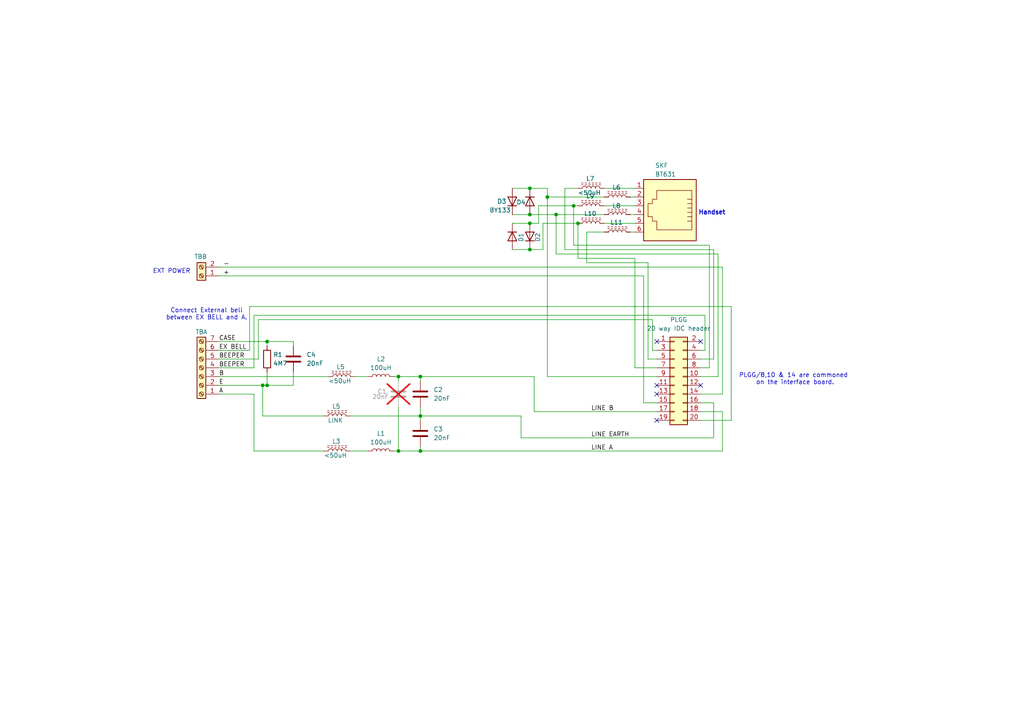
<source format=kicad_sch>
(kicad_sch
	(version 20231120)
	(generator "eeschema")
	(generator_version "8.0")
	(uuid "03d92ca6-4a18-4f18-9151-621f4585fba8")
	(paper "A4")
	(lib_symbols
		(symbol "Connector:6P6C"
			(pin_names
				(offset 1.016)
			)
			(exclude_from_sim no)
			(in_bom yes)
			(on_board yes)
			(property "Reference" "J"
				(at -5.08 11.43 0)
				(effects
					(font
						(size 1.27 1.27)
					)
					(justify right)
				)
			)
			(property "Value" "6P6C"
				(at 2.54 11.43 0)
				(effects
					(font
						(size 1.27 1.27)
					)
					(justify left)
				)
			)
			(property "Footprint" ""
				(at 0 0.635 90)
				(effects
					(font
						(size 1.27 1.27)
					)
					(hide yes)
				)
			)
			(property "Datasheet" "~"
				(at 0 0.635 90)
				(effects
					(font
						(size 1.27 1.27)
					)
					(hide yes)
				)
			)
			(property "Description" "RJ connector, 6P6C (6 positions 6 connected), RJ12/RJ18/RJ25"
				(at 0 0 0)
				(effects
					(font
						(size 1.27 1.27)
					)
					(hide yes)
				)
			)
			(property "ki_keywords" "6P6C RJ socket connector"
				(at 0 0 0)
				(effects
					(font
						(size 1.27 1.27)
					)
					(hide yes)
				)
			)
			(property "ki_fp_filters" "6P6C* RJ12* RJ18* RJ25*"
				(at 0 0 0)
				(effects
					(font
						(size 1.27 1.27)
					)
					(hide yes)
				)
			)
			(symbol "6P6C_0_1"
				(polyline
					(pts
						(xy -6.35 -1.905) (xy -5.08 -1.905) (xy -5.08 -1.905)
					)
					(stroke
						(width 0)
						(type default)
					)
					(fill
						(type none)
					)
				)
				(polyline
					(pts
						(xy -6.35 -0.635) (xy -5.08 -0.635) (xy -5.08 -0.635)
					)
					(stroke
						(width 0)
						(type default)
					)
					(fill
						(type none)
					)
				)
				(polyline
					(pts
						(xy -6.35 0.635) (xy -5.08 0.635) (xy -5.08 0.635)
					)
					(stroke
						(width 0)
						(type default)
					)
					(fill
						(type none)
					)
				)
				(polyline
					(pts
						(xy -6.35 1.905) (xy -5.08 1.905) (xy -5.08 1.905)
					)
					(stroke
						(width 0)
						(type default)
					)
					(fill
						(type none)
					)
				)
				(polyline
					(pts
						(xy -6.35 3.175) (xy -5.08 3.175) (xy -5.08 3.175)
					)
					(stroke
						(width 0)
						(type default)
					)
					(fill
						(type none)
					)
				)
				(polyline
					(pts
						(xy -5.08 4.445) (xy -6.35 4.445) (xy -6.35 4.445)
					)
					(stroke
						(width 0)
						(type default)
					)
					(fill
						(type none)
					)
				)
				(polyline
					(pts
						(xy -6.35 -4.445) (xy -6.35 6.985) (xy 3.81 6.985) (xy 3.81 4.445) (xy 5.08 4.445) (xy 5.08 3.175)
						(xy 6.35 3.175) (xy 6.35 -0.635) (xy 5.08 -0.635) (xy 5.08 -1.905) (xy 3.81 -1.905) (xy 3.81 -4.445)
						(xy -6.35 -4.445) (xy -6.35 -4.445)
					)
					(stroke
						(width 0)
						(type default)
					)
					(fill
						(type none)
					)
				)
				(rectangle
					(start 7.62 10.16)
					(end -7.62 -7.62)
					(stroke
						(width 0.254)
						(type default)
					)
					(fill
						(type background)
					)
				)
			)
			(symbol "6P6C_1_1"
				(pin passive line
					(at 10.16 -5.08 180)
					(length 2.54)
					(name "~"
						(effects
							(font
								(size 1.27 1.27)
							)
						)
					)
					(number "1"
						(effects
							(font
								(size 1.27 1.27)
							)
						)
					)
				)
				(pin passive line
					(at 10.16 -2.54 180)
					(length 2.54)
					(name "~"
						(effects
							(font
								(size 1.27 1.27)
							)
						)
					)
					(number "2"
						(effects
							(font
								(size 1.27 1.27)
							)
						)
					)
				)
				(pin passive line
					(at 10.16 0 180)
					(length 2.54)
					(name "~"
						(effects
							(font
								(size 1.27 1.27)
							)
						)
					)
					(number "3"
						(effects
							(font
								(size 1.27 1.27)
							)
						)
					)
				)
				(pin passive line
					(at 10.16 2.54 180)
					(length 2.54)
					(name "~"
						(effects
							(font
								(size 1.27 1.27)
							)
						)
					)
					(number "4"
						(effects
							(font
								(size 1.27 1.27)
							)
						)
					)
				)
				(pin passive line
					(at 10.16 5.08 180)
					(length 2.54)
					(name "~"
						(effects
							(font
								(size 1.27 1.27)
							)
						)
					)
					(number "5"
						(effects
							(font
								(size 1.27 1.27)
							)
						)
					)
				)
				(pin passive line
					(at 10.16 7.62 180)
					(length 2.54)
					(name "~"
						(effects
							(font
								(size 1.27 1.27)
							)
						)
					)
					(number "6"
						(effects
							(font
								(size 1.27 1.27)
							)
						)
					)
				)
			)
		)
		(symbol "Connector:Screw_Terminal_01x02"
			(pin_names
				(offset 1.016) hide)
			(exclude_from_sim no)
			(in_bom yes)
			(on_board yes)
			(property "Reference" "J"
				(at 0 2.54 0)
				(effects
					(font
						(size 1.27 1.27)
					)
				)
			)
			(property "Value" "Screw_Terminal_01x02"
				(at 0 -5.08 0)
				(effects
					(font
						(size 1.27 1.27)
					)
				)
			)
			(property "Footprint" ""
				(at 0 0 0)
				(effects
					(font
						(size 1.27 1.27)
					)
					(hide yes)
				)
			)
			(property "Datasheet" "~"
				(at 0 0 0)
				(effects
					(font
						(size 1.27 1.27)
					)
					(hide yes)
				)
			)
			(property "Description" "Generic screw terminal, single row, 01x02, script generated (kicad-library-utils/schlib/autogen/connector/)"
				(at 0 0 0)
				(effects
					(font
						(size 1.27 1.27)
					)
					(hide yes)
				)
			)
			(property "ki_keywords" "screw terminal"
				(at 0 0 0)
				(effects
					(font
						(size 1.27 1.27)
					)
					(hide yes)
				)
			)
			(property "ki_fp_filters" "TerminalBlock*:*"
				(at 0 0 0)
				(effects
					(font
						(size 1.27 1.27)
					)
					(hide yes)
				)
			)
			(symbol "Screw_Terminal_01x02_1_1"
				(rectangle
					(start -1.27 1.27)
					(end 1.27 -3.81)
					(stroke
						(width 0.254)
						(type default)
					)
					(fill
						(type background)
					)
				)
				(circle
					(center 0 -2.54)
					(radius 0.635)
					(stroke
						(width 0.1524)
						(type default)
					)
					(fill
						(type none)
					)
				)
				(polyline
					(pts
						(xy -0.5334 -2.2098) (xy 0.3302 -3.048)
					)
					(stroke
						(width 0.1524)
						(type default)
					)
					(fill
						(type none)
					)
				)
				(polyline
					(pts
						(xy -0.5334 0.3302) (xy 0.3302 -0.508)
					)
					(stroke
						(width 0.1524)
						(type default)
					)
					(fill
						(type none)
					)
				)
				(polyline
					(pts
						(xy -0.3556 -2.032) (xy 0.508 -2.8702)
					)
					(stroke
						(width 0.1524)
						(type default)
					)
					(fill
						(type none)
					)
				)
				(polyline
					(pts
						(xy -0.3556 0.508) (xy 0.508 -0.3302)
					)
					(stroke
						(width 0.1524)
						(type default)
					)
					(fill
						(type none)
					)
				)
				(circle
					(center 0 0)
					(radius 0.635)
					(stroke
						(width 0.1524)
						(type default)
					)
					(fill
						(type none)
					)
				)
				(pin passive line
					(at -5.08 0 0)
					(length 3.81)
					(name "Pin_1"
						(effects
							(font
								(size 1.27 1.27)
							)
						)
					)
					(number "1"
						(effects
							(font
								(size 1.27 1.27)
							)
						)
					)
				)
				(pin passive line
					(at -5.08 -2.54 0)
					(length 3.81)
					(name "Pin_2"
						(effects
							(font
								(size 1.27 1.27)
							)
						)
					)
					(number "2"
						(effects
							(font
								(size 1.27 1.27)
							)
						)
					)
				)
			)
		)
		(symbol "Connector:Screw_Terminal_01x07"
			(pin_names
				(offset 1.016) hide)
			(exclude_from_sim no)
			(in_bom yes)
			(on_board yes)
			(property "Reference" "J"
				(at 0 10.16 0)
				(effects
					(font
						(size 1.27 1.27)
					)
				)
			)
			(property "Value" "Screw_Terminal_01x07"
				(at 0 -10.16 0)
				(effects
					(font
						(size 1.27 1.27)
					)
				)
			)
			(property "Footprint" ""
				(at 0 0 0)
				(effects
					(font
						(size 1.27 1.27)
					)
					(hide yes)
				)
			)
			(property "Datasheet" "~"
				(at 0 0 0)
				(effects
					(font
						(size 1.27 1.27)
					)
					(hide yes)
				)
			)
			(property "Description" "Generic screw terminal, single row, 01x07, script generated (kicad-library-utils/schlib/autogen/connector/)"
				(at 0 0 0)
				(effects
					(font
						(size 1.27 1.27)
					)
					(hide yes)
				)
			)
			(property "ki_keywords" "screw terminal"
				(at 0 0 0)
				(effects
					(font
						(size 1.27 1.27)
					)
					(hide yes)
				)
			)
			(property "ki_fp_filters" "TerminalBlock*:*"
				(at 0 0 0)
				(effects
					(font
						(size 1.27 1.27)
					)
					(hide yes)
				)
			)
			(symbol "Screw_Terminal_01x07_1_1"
				(rectangle
					(start -1.27 8.89)
					(end 1.27 -8.89)
					(stroke
						(width 0.254)
						(type default)
					)
					(fill
						(type background)
					)
				)
				(circle
					(center 0 -7.62)
					(radius 0.635)
					(stroke
						(width 0.1524)
						(type default)
					)
					(fill
						(type none)
					)
				)
				(circle
					(center 0 -5.08)
					(radius 0.635)
					(stroke
						(width 0.1524)
						(type default)
					)
					(fill
						(type none)
					)
				)
				(circle
					(center 0 -2.54)
					(radius 0.635)
					(stroke
						(width 0.1524)
						(type default)
					)
					(fill
						(type none)
					)
				)
				(polyline
					(pts
						(xy -0.5334 -7.2898) (xy 0.3302 -8.128)
					)
					(stroke
						(width 0.1524)
						(type default)
					)
					(fill
						(type none)
					)
				)
				(polyline
					(pts
						(xy -0.5334 -4.7498) (xy 0.3302 -5.588)
					)
					(stroke
						(width 0.1524)
						(type default)
					)
					(fill
						(type none)
					)
				)
				(polyline
					(pts
						(xy -0.5334 -2.2098) (xy 0.3302 -3.048)
					)
					(stroke
						(width 0.1524)
						(type default)
					)
					(fill
						(type none)
					)
				)
				(polyline
					(pts
						(xy -0.5334 0.3302) (xy 0.3302 -0.508)
					)
					(stroke
						(width 0.1524)
						(type default)
					)
					(fill
						(type none)
					)
				)
				(polyline
					(pts
						(xy -0.5334 2.8702) (xy 0.3302 2.032)
					)
					(stroke
						(width 0.1524)
						(type default)
					)
					(fill
						(type none)
					)
				)
				(polyline
					(pts
						(xy -0.5334 5.4102) (xy 0.3302 4.572)
					)
					(stroke
						(width 0.1524)
						(type default)
					)
					(fill
						(type none)
					)
				)
				(polyline
					(pts
						(xy -0.5334 7.9502) (xy 0.3302 7.112)
					)
					(stroke
						(width 0.1524)
						(type default)
					)
					(fill
						(type none)
					)
				)
				(polyline
					(pts
						(xy -0.3556 -7.112) (xy 0.508 -7.9502)
					)
					(stroke
						(width 0.1524)
						(type default)
					)
					(fill
						(type none)
					)
				)
				(polyline
					(pts
						(xy -0.3556 -4.572) (xy 0.508 -5.4102)
					)
					(stroke
						(width 0.1524)
						(type default)
					)
					(fill
						(type none)
					)
				)
				(polyline
					(pts
						(xy -0.3556 -2.032) (xy 0.508 -2.8702)
					)
					(stroke
						(width 0.1524)
						(type default)
					)
					(fill
						(type none)
					)
				)
				(polyline
					(pts
						(xy -0.3556 0.508) (xy 0.508 -0.3302)
					)
					(stroke
						(width 0.1524)
						(type default)
					)
					(fill
						(type none)
					)
				)
				(polyline
					(pts
						(xy -0.3556 3.048) (xy 0.508 2.2098)
					)
					(stroke
						(width 0.1524)
						(type default)
					)
					(fill
						(type none)
					)
				)
				(polyline
					(pts
						(xy -0.3556 5.588) (xy 0.508 4.7498)
					)
					(stroke
						(width 0.1524)
						(type default)
					)
					(fill
						(type none)
					)
				)
				(polyline
					(pts
						(xy -0.3556 8.128) (xy 0.508 7.2898)
					)
					(stroke
						(width 0.1524)
						(type default)
					)
					(fill
						(type none)
					)
				)
				(circle
					(center 0 0)
					(radius 0.635)
					(stroke
						(width 0.1524)
						(type default)
					)
					(fill
						(type none)
					)
				)
				(circle
					(center 0 2.54)
					(radius 0.635)
					(stroke
						(width 0.1524)
						(type default)
					)
					(fill
						(type none)
					)
				)
				(circle
					(center 0 5.08)
					(radius 0.635)
					(stroke
						(width 0.1524)
						(type default)
					)
					(fill
						(type none)
					)
				)
				(circle
					(center 0 7.62)
					(radius 0.635)
					(stroke
						(width 0.1524)
						(type default)
					)
					(fill
						(type none)
					)
				)
				(pin passive line
					(at -5.08 7.62 0)
					(length 3.81)
					(name "Pin_1"
						(effects
							(font
								(size 1.27 1.27)
							)
						)
					)
					(number "1"
						(effects
							(font
								(size 1.27 1.27)
							)
						)
					)
				)
				(pin passive line
					(at -5.08 5.08 0)
					(length 3.81)
					(name "Pin_2"
						(effects
							(font
								(size 1.27 1.27)
							)
						)
					)
					(number "2"
						(effects
							(font
								(size 1.27 1.27)
							)
						)
					)
				)
				(pin passive line
					(at -5.08 2.54 0)
					(length 3.81)
					(name "Pin_3"
						(effects
							(font
								(size 1.27 1.27)
							)
						)
					)
					(number "3"
						(effects
							(font
								(size 1.27 1.27)
							)
						)
					)
				)
				(pin passive line
					(at -5.08 0 0)
					(length 3.81)
					(name "Pin_4"
						(effects
							(font
								(size 1.27 1.27)
							)
						)
					)
					(number "4"
						(effects
							(font
								(size 1.27 1.27)
							)
						)
					)
				)
				(pin passive line
					(at -5.08 -2.54 0)
					(length 3.81)
					(name "Pin_5"
						(effects
							(font
								(size 1.27 1.27)
							)
						)
					)
					(number "5"
						(effects
							(font
								(size 1.27 1.27)
							)
						)
					)
				)
				(pin passive line
					(at -5.08 -5.08 0)
					(length 3.81)
					(name "Pin_6"
						(effects
							(font
								(size 1.27 1.27)
							)
						)
					)
					(number "6"
						(effects
							(font
								(size 1.27 1.27)
							)
						)
					)
				)
				(pin passive line
					(at -5.08 -7.62 0)
					(length 3.81)
					(name "Pin_7"
						(effects
							(font
								(size 1.27 1.27)
							)
						)
					)
					(number "7"
						(effects
							(font
								(size 1.27 1.27)
							)
						)
					)
				)
			)
		)
		(symbol "Connector_Generic:Conn_02x10_Odd_Even"
			(pin_names
				(offset 1.016) hide)
			(exclude_from_sim no)
			(in_bom yes)
			(on_board yes)
			(property "Reference" "J"
				(at 1.27 12.7 0)
				(effects
					(font
						(size 1.27 1.27)
					)
				)
			)
			(property "Value" "Conn_02x10_Odd_Even"
				(at 1.27 -15.24 0)
				(effects
					(font
						(size 1.27 1.27)
					)
				)
			)
			(property "Footprint" ""
				(at 0 0 0)
				(effects
					(font
						(size 1.27 1.27)
					)
					(hide yes)
				)
			)
			(property "Datasheet" "~"
				(at 0 0 0)
				(effects
					(font
						(size 1.27 1.27)
					)
					(hide yes)
				)
			)
			(property "Description" "Generic connector, double row, 02x10, odd/even pin numbering scheme (row 1 odd numbers, row 2 even numbers), script generated (kicad-library-utils/schlib/autogen/connector/)"
				(at 0 0 0)
				(effects
					(font
						(size 1.27 1.27)
					)
					(hide yes)
				)
			)
			(property "ki_keywords" "connector"
				(at 0 0 0)
				(effects
					(font
						(size 1.27 1.27)
					)
					(hide yes)
				)
			)
			(property "ki_fp_filters" "Connector*:*_2x??_*"
				(at 0 0 0)
				(effects
					(font
						(size 1.27 1.27)
					)
					(hide yes)
				)
			)
			(symbol "Conn_02x10_Odd_Even_1_1"
				(rectangle
					(start -1.27 -12.573)
					(end 0 -12.827)
					(stroke
						(width 0.1524)
						(type default)
					)
					(fill
						(type none)
					)
				)
				(rectangle
					(start -1.27 -10.033)
					(end 0 -10.287)
					(stroke
						(width 0.1524)
						(type default)
					)
					(fill
						(type none)
					)
				)
				(rectangle
					(start -1.27 -7.493)
					(end 0 -7.747)
					(stroke
						(width 0.1524)
						(type default)
					)
					(fill
						(type none)
					)
				)
				(rectangle
					(start -1.27 -4.953)
					(end 0 -5.207)
					(stroke
						(width 0.1524)
						(type default)
					)
					(fill
						(type none)
					)
				)
				(rectangle
					(start -1.27 -2.413)
					(end 0 -2.667)
					(stroke
						(width 0.1524)
						(type default)
					)
					(fill
						(type none)
					)
				)
				(rectangle
					(start -1.27 0.127)
					(end 0 -0.127)
					(stroke
						(width 0.1524)
						(type default)
					)
					(fill
						(type none)
					)
				)
				(rectangle
					(start -1.27 2.667)
					(end 0 2.413)
					(stroke
						(width 0.1524)
						(type default)
					)
					(fill
						(type none)
					)
				)
				(rectangle
					(start -1.27 5.207)
					(end 0 4.953)
					(stroke
						(width 0.1524)
						(type default)
					)
					(fill
						(type none)
					)
				)
				(rectangle
					(start -1.27 7.747)
					(end 0 7.493)
					(stroke
						(width 0.1524)
						(type default)
					)
					(fill
						(type none)
					)
				)
				(rectangle
					(start -1.27 10.287)
					(end 0 10.033)
					(stroke
						(width 0.1524)
						(type default)
					)
					(fill
						(type none)
					)
				)
				(rectangle
					(start -1.27 11.43)
					(end 3.81 -13.97)
					(stroke
						(width 0.254)
						(type default)
					)
					(fill
						(type background)
					)
				)
				(rectangle
					(start 3.81 -12.573)
					(end 2.54 -12.827)
					(stroke
						(width 0.1524)
						(type default)
					)
					(fill
						(type none)
					)
				)
				(rectangle
					(start 3.81 -10.033)
					(end 2.54 -10.287)
					(stroke
						(width 0.1524)
						(type default)
					)
					(fill
						(type none)
					)
				)
				(rectangle
					(start 3.81 -7.493)
					(end 2.54 -7.747)
					(stroke
						(width 0.1524)
						(type default)
					)
					(fill
						(type none)
					)
				)
				(rectangle
					(start 3.81 -4.953)
					(end 2.54 -5.207)
					(stroke
						(width 0.1524)
						(type default)
					)
					(fill
						(type none)
					)
				)
				(rectangle
					(start 3.81 -2.413)
					(end 2.54 -2.667)
					(stroke
						(width 0.1524)
						(type default)
					)
					(fill
						(type none)
					)
				)
				(rectangle
					(start 3.81 0.127)
					(end 2.54 -0.127)
					(stroke
						(width 0.1524)
						(type default)
					)
					(fill
						(type none)
					)
				)
				(rectangle
					(start 3.81 2.667)
					(end 2.54 2.413)
					(stroke
						(width 0.1524)
						(type default)
					)
					(fill
						(type none)
					)
				)
				(rectangle
					(start 3.81 5.207)
					(end 2.54 4.953)
					(stroke
						(width 0.1524)
						(type default)
					)
					(fill
						(type none)
					)
				)
				(rectangle
					(start 3.81 7.747)
					(end 2.54 7.493)
					(stroke
						(width 0.1524)
						(type default)
					)
					(fill
						(type none)
					)
				)
				(rectangle
					(start 3.81 10.287)
					(end 2.54 10.033)
					(stroke
						(width 0.1524)
						(type default)
					)
					(fill
						(type none)
					)
				)
				(pin passive line
					(at -5.08 10.16 0)
					(length 3.81)
					(name "Pin_1"
						(effects
							(font
								(size 1.27 1.27)
							)
						)
					)
					(number "1"
						(effects
							(font
								(size 1.27 1.27)
							)
						)
					)
				)
				(pin passive line
					(at 7.62 0 180)
					(length 3.81)
					(name "Pin_10"
						(effects
							(font
								(size 1.27 1.27)
							)
						)
					)
					(number "10"
						(effects
							(font
								(size 1.27 1.27)
							)
						)
					)
				)
				(pin passive line
					(at -5.08 -2.54 0)
					(length 3.81)
					(name "Pin_11"
						(effects
							(font
								(size 1.27 1.27)
							)
						)
					)
					(number "11"
						(effects
							(font
								(size 1.27 1.27)
							)
						)
					)
				)
				(pin passive line
					(at 7.62 -2.54 180)
					(length 3.81)
					(name "Pin_12"
						(effects
							(font
								(size 1.27 1.27)
							)
						)
					)
					(number "12"
						(effects
							(font
								(size 1.27 1.27)
							)
						)
					)
				)
				(pin passive line
					(at -5.08 -5.08 0)
					(length 3.81)
					(name "Pin_13"
						(effects
							(font
								(size 1.27 1.27)
							)
						)
					)
					(number "13"
						(effects
							(font
								(size 1.27 1.27)
							)
						)
					)
				)
				(pin passive line
					(at 7.62 -5.08 180)
					(length 3.81)
					(name "Pin_14"
						(effects
							(font
								(size 1.27 1.27)
							)
						)
					)
					(number "14"
						(effects
							(font
								(size 1.27 1.27)
							)
						)
					)
				)
				(pin passive line
					(at -5.08 -7.62 0)
					(length 3.81)
					(name "Pin_15"
						(effects
							(font
								(size 1.27 1.27)
							)
						)
					)
					(number "15"
						(effects
							(font
								(size 1.27 1.27)
							)
						)
					)
				)
				(pin passive line
					(at 7.62 -7.62 180)
					(length 3.81)
					(name "Pin_16"
						(effects
							(font
								(size 1.27 1.27)
							)
						)
					)
					(number "16"
						(effects
							(font
								(size 1.27 1.27)
							)
						)
					)
				)
				(pin passive line
					(at -5.08 -10.16 0)
					(length 3.81)
					(name "Pin_17"
						(effects
							(font
								(size 1.27 1.27)
							)
						)
					)
					(number "17"
						(effects
							(font
								(size 1.27 1.27)
							)
						)
					)
				)
				(pin passive line
					(at 7.62 -10.16 180)
					(length 3.81)
					(name "Pin_18"
						(effects
							(font
								(size 1.27 1.27)
							)
						)
					)
					(number "18"
						(effects
							(font
								(size 1.27 1.27)
							)
						)
					)
				)
				(pin passive line
					(at -5.08 -12.7 0)
					(length 3.81)
					(name "Pin_19"
						(effects
							(font
								(size 1.27 1.27)
							)
						)
					)
					(number "19"
						(effects
							(font
								(size 1.27 1.27)
							)
						)
					)
				)
				(pin passive line
					(at 7.62 10.16 180)
					(length 3.81)
					(name "Pin_2"
						(effects
							(font
								(size 1.27 1.27)
							)
						)
					)
					(number "2"
						(effects
							(font
								(size 1.27 1.27)
							)
						)
					)
				)
				(pin passive line
					(at 7.62 -12.7 180)
					(length 3.81)
					(name "Pin_20"
						(effects
							(font
								(size 1.27 1.27)
							)
						)
					)
					(number "20"
						(effects
							(font
								(size 1.27 1.27)
							)
						)
					)
				)
				(pin passive line
					(at -5.08 7.62 0)
					(length 3.81)
					(name "Pin_3"
						(effects
							(font
								(size 1.27 1.27)
							)
						)
					)
					(number "3"
						(effects
							(font
								(size 1.27 1.27)
							)
						)
					)
				)
				(pin passive line
					(at 7.62 7.62 180)
					(length 3.81)
					(name "Pin_4"
						(effects
							(font
								(size 1.27 1.27)
							)
						)
					)
					(number "4"
						(effects
							(font
								(size 1.27 1.27)
							)
						)
					)
				)
				(pin passive line
					(at -5.08 5.08 0)
					(length 3.81)
					(name "Pin_5"
						(effects
							(font
								(size 1.27 1.27)
							)
						)
					)
					(number "5"
						(effects
							(font
								(size 1.27 1.27)
							)
						)
					)
				)
				(pin passive line
					(at 7.62 5.08 180)
					(length 3.81)
					(name "Pin_6"
						(effects
							(font
								(size 1.27 1.27)
							)
						)
					)
					(number "6"
						(effects
							(font
								(size 1.27 1.27)
							)
						)
					)
				)
				(pin passive line
					(at -5.08 2.54 0)
					(length 3.81)
					(name "Pin_7"
						(effects
							(font
								(size 1.27 1.27)
							)
						)
					)
					(number "7"
						(effects
							(font
								(size 1.27 1.27)
							)
						)
					)
				)
				(pin passive line
					(at 7.62 2.54 180)
					(length 3.81)
					(name "Pin_8"
						(effects
							(font
								(size 1.27 1.27)
							)
						)
					)
					(number "8"
						(effects
							(font
								(size 1.27 1.27)
							)
						)
					)
				)
				(pin passive line
					(at -5.08 0 0)
					(length 3.81)
					(name "Pin_9"
						(effects
							(font
								(size 1.27 1.27)
							)
						)
					)
					(number "9"
						(effects
							(font
								(size 1.27 1.27)
							)
						)
					)
				)
			)
		)
		(symbol "Device:C"
			(pin_numbers hide)
			(pin_names
				(offset 0.254)
			)
			(exclude_from_sim no)
			(in_bom yes)
			(on_board yes)
			(property "Reference" "C"
				(at 0.635 2.54 0)
				(effects
					(font
						(size 1.27 1.27)
					)
					(justify left)
				)
			)
			(property "Value" "C"
				(at 0.635 -2.54 0)
				(effects
					(font
						(size 1.27 1.27)
					)
					(justify left)
				)
			)
			(property "Footprint" ""
				(at 0.9652 -3.81 0)
				(effects
					(font
						(size 1.27 1.27)
					)
					(hide yes)
				)
			)
			(property "Datasheet" "~"
				(at 0 0 0)
				(effects
					(font
						(size 1.27 1.27)
					)
					(hide yes)
				)
			)
			(property "Description" "Unpolarized capacitor"
				(at 0 0 0)
				(effects
					(font
						(size 1.27 1.27)
					)
					(hide yes)
				)
			)
			(property "ki_keywords" "cap capacitor"
				(at 0 0 0)
				(effects
					(font
						(size 1.27 1.27)
					)
					(hide yes)
				)
			)
			(property "ki_fp_filters" "C_*"
				(at 0 0 0)
				(effects
					(font
						(size 1.27 1.27)
					)
					(hide yes)
				)
			)
			(symbol "C_0_1"
				(polyline
					(pts
						(xy -2.032 -0.762) (xy 2.032 -0.762)
					)
					(stroke
						(width 0.508)
						(type default)
					)
					(fill
						(type none)
					)
				)
				(polyline
					(pts
						(xy -2.032 0.762) (xy 2.032 0.762)
					)
					(stroke
						(width 0.508)
						(type default)
					)
					(fill
						(type none)
					)
				)
			)
			(symbol "C_1_1"
				(pin passive line
					(at 0 3.81 270)
					(length 2.794)
					(name "~"
						(effects
							(font
								(size 1.27 1.27)
							)
						)
					)
					(number "1"
						(effects
							(font
								(size 1.27 1.27)
							)
						)
					)
				)
				(pin passive line
					(at 0 -3.81 90)
					(length 2.794)
					(name "~"
						(effects
							(font
								(size 1.27 1.27)
							)
						)
					)
					(number "2"
						(effects
							(font
								(size 1.27 1.27)
							)
						)
					)
				)
			)
		)
		(symbol "Device:L"
			(pin_numbers hide)
			(pin_names
				(offset 1.016) hide)
			(exclude_from_sim no)
			(in_bom yes)
			(on_board yes)
			(property "Reference" "L"
				(at -1.27 0 90)
				(effects
					(font
						(size 1.27 1.27)
					)
				)
			)
			(property "Value" "L"
				(at 1.905 0 90)
				(effects
					(font
						(size 1.27 1.27)
					)
				)
			)
			(property "Footprint" ""
				(at 0 0 0)
				(effects
					(font
						(size 1.27 1.27)
					)
					(hide yes)
				)
			)
			(property "Datasheet" "~"
				(at 0 0 0)
				(effects
					(font
						(size 1.27 1.27)
					)
					(hide yes)
				)
			)
			(property "Description" "Inductor"
				(at 0 0 0)
				(effects
					(font
						(size 1.27 1.27)
					)
					(hide yes)
				)
			)
			(property "ki_keywords" "inductor choke coil reactor magnetic"
				(at 0 0 0)
				(effects
					(font
						(size 1.27 1.27)
					)
					(hide yes)
				)
			)
			(property "ki_fp_filters" "Choke_* *Coil* Inductor_* L_*"
				(at 0 0 0)
				(effects
					(font
						(size 1.27 1.27)
					)
					(hide yes)
				)
			)
			(symbol "L_0_1"
				(arc
					(start 0 -2.54)
					(mid 0.6323 -1.905)
					(end 0 -1.27)
					(stroke
						(width 0)
						(type default)
					)
					(fill
						(type none)
					)
				)
				(arc
					(start 0 -1.27)
					(mid 0.6323 -0.635)
					(end 0 0)
					(stroke
						(width 0)
						(type default)
					)
					(fill
						(type none)
					)
				)
				(arc
					(start 0 0)
					(mid 0.6323 0.635)
					(end 0 1.27)
					(stroke
						(width 0)
						(type default)
					)
					(fill
						(type none)
					)
				)
				(arc
					(start 0 1.27)
					(mid 0.6323 1.905)
					(end 0 2.54)
					(stroke
						(width 0)
						(type default)
					)
					(fill
						(type none)
					)
				)
			)
			(symbol "L_1_1"
				(pin passive line
					(at 0 3.81 270)
					(length 1.27)
					(name "1"
						(effects
							(font
								(size 1.27 1.27)
							)
						)
					)
					(number "1"
						(effects
							(font
								(size 1.27 1.27)
							)
						)
					)
				)
				(pin passive line
					(at 0 -3.81 90)
					(length 1.27)
					(name "2"
						(effects
							(font
								(size 1.27 1.27)
							)
						)
					)
					(number "2"
						(effects
							(font
								(size 1.27 1.27)
							)
						)
					)
				)
			)
		)
		(symbol "Device:L_Ferrite"
			(pin_numbers hide)
			(pin_names
				(offset 1.016) hide)
			(exclude_from_sim no)
			(in_bom yes)
			(on_board yes)
			(property "Reference" "L"
				(at -1.27 0 90)
				(effects
					(font
						(size 1.27 1.27)
					)
				)
			)
			(property "Value" "L_Ferrite"
				(at 2.794 0 90)
				(effects
					(font
						(size 1.27 1.27)
					)
				)
			)
			(property "Footprint" ""
				(at 0 0 0)
				(effects
					(font
						(size 1.27 1.27)
					)
					(hide yes)
				)
			)
			(property "Datasheet" "~"
				(at 0 0 0)
				(effects
					(font
						(size 1.27 1.27)
					)
					(hide yes)
				)
			)
			(property "Description" "Inductor with ferrite core"
				(at 0 0 0)
				(effects
					(font
						(size 1.27 1.27)
					)
					(hide yes)
				)
			)
			(property "ki_keywords" "inductor choke coil reactor magnetic"
				(at 0 0 0)
				(effects
					(font
						(size 1.27 1.27)
					)
					(hide yes)
				)
			)
			(property "ki_fp_filters" "Choke_* *Coil* Inductor_* L_*"
				(at 0 0 0)
				(effects
					(font
						(size 1.27 1.27)
					)
					(hide yes)
				)
			)
			(symbol "L_Ferrite_0_1"
				(arc
					(start 0 -2.54)
					(mid 0.6323 -1.905)
					(end 0 -1.27)
					(stroke
						(width 0)
						(type default)
					)
					(fill
						(type none)
					)
				)
				(arc
					(start 0 -1.27)
					(mid 0.6323 -0.635)
					(end 0 0)
					(stroke
						(width 0)
						(type default)
					)
					(fill
						(type none)
					)
				)
				(polyline
					(pts
						(xy 1.016 -2.794) (xy 1.016 -2.286)
					)
					(stroke
						(width 0)
						(type default)
					)
					(fill
						(type none)
					)
				)
				(polyline
					(pts
						(xy 1.016 -1.778) (xy 1.016 -1.27)
					)
					(stroke
						(width 0)
						(type default)
					)
					(fill
						(type none)
					)
				)
				(polyline
					(pts
						(xy 1.016 -0.762) (xy 1.016 -0.254)
					)
					(stroke
						(width 0)
						(type default)
					)
					(fill
						(type none)
					)
				)
				(polyline
					(pts
						(xy 1.016 0.254) (xy 1.016 0.762)
					)
					(stroke
						(width 0)
						(type default)
					)
					(fill
						(type none)
					)
				)
				(polyline
					(pts
						(xy 1.016 1.27) (xy 1.016 1.778)
					)
					(stroke
						(width 0)
						(type default)
					)
					(fill
						(type none)
					)
				)
				(polyline
					(pts
						(xy 1.016 2.286) (xy 1.016 2.794)
					)
					(stroke
						(width 0)
						(type default)
					)
					(fill
						(type none)
					)
				)
				(polyline
					(pts
						(xy 1.524 -2.286) (xy 1.524 -2.794)
					)
					(stroke
						(width 0)
						(type default)
					)
					(fill
						(type none)
					)
				)
				(polyline
					(pts
						(xy 1.524 -1.27) (xy 1.524 -1.778)
					)
					(stroke
						(width 0)
						(type default)
					)
					(fill
						(type none)
					)
				)
				(polyline
					(pts
						(xy 1.524 -0.254) (xy 1.524 -0.762)
					)
					(stroke
						(width 0)
						(type default)
					)
					(fill
						(type none)
					)
				)
				(polyline
					(pts
						(xy 1.524 0.762) (xy 1.524 0.254)
					)
					(stroke
						(width 0)
						(type default)
					)
					(fill
						(type none)
					)
				)
				(polyline
					(pts
						(xy 1.524 1.778) (xy 1.524 1.27)
					)
					(stroke
						(width 0)
						(type default)
					)
					(fill
						(type none)
					)
				)
				(polyline
					(pts
						(xy 1.524 2.794) (xy 1.524 2.286)
					)
					(stroke
						(width 0)
						(type default)
					)
					(fill
						(type none)
					)
				)
				(arc
					(start 0 0)
					(mid 0.6323 0.635)
					(end 0 1.27)
					(stroke
						(width 0)
						(type default)
					)
					(fill
						(type none)
					)
				)
				(arc
					(start 0 1.27)
					(mid 0.6323 1.905)
					(end 0 2.54)
					(stroke
						(width 0)
						(type default)
					)
					(fill
						(type none)
					)
				)
			)
			(symbol "L_Ferrite_1_1"
				(pin passive line
					(at 0 3.81 270)
					(length 1.27)
					(name "1"
						(effects
							(font
								(size 1.27 1.27)
							)
						)
					)
					(number "1"
						(effects
							(font
								(size 1.27 1.27)
							)
						)
					)
				)
				(pin passive line
					(at 0 -3.81 90)
					(length 1.27)
					(name "2"
						(effects
							(font
								(size 1.27 1.27)
							)
						)
					)
					(number "2"
						(effects
							(font
								(size 1.27 1.27)
							)
						)
					)
				)
			)
		)
		(symbol "Device:R"
			(pin_numbers hide)
			(pin_names
				(offset 0)
			)
			(exclude_from_sim no)
			(in_bom yes)
			(on_board yes)
			(property "Reference" "R"
				(at 2.032 0 90)
				(effects
					(font
						(size 1.27 1.27)
					)
				)
			)
			(property "Value" "R"
				(at 0 0 90)
				(effects
					(font
						(size 1.27 1.27)
					)
				)
			)
			(property "Footprint" ""
				(at -1.778 0 90)
				(effects
					(font
						(size 1.27 1.27)
					)
					(hide yes)
				)
			)
			(property "Datasheet" "~"
				(at 0 0 0)
				(effects
					(font
						(size 1.27 1.27)
					)
					(hide yes)
				)
			)
			(property "Description" "Resistor"
				(at 0 0 0)
				(effects
					(font
						(size 1.27 1.27)
					)
					(hide yes)
				)
			)
			(property "ki_keywords" "R res resistor"
				(at 0 0 0)
				(effects
					(font
						(size 1.27 1.27)
					)
					(hide yes)
				)
			)
			(property "ki_fp_filters" "R_*"
				(at 0 0 0)
				(effects
					(font
						(size 1.27 1.27)
					)
					(hide yes)
				)
			)
			(symbol "R_0_1"
				(rectangle
					(start -1.016 -2.54)
					(end 1.016 2.54)
					(stroke
						(width 0.254)
						(type default)
					)
					(fill
						(type none)
					)
				)
			)
			(symbol "R_1_1"
				(pin passive line
					(at 0 3.81 270)
					(length 1.27)
					(name "~"
						(effects
							(font
								(size 1.27 1.27)
							)
						)
					)
					(number "1"
						(effects
							(font
								(size 1.27 1.27)
							)
						)
					)
				)
				(pin passive line
					(at 0 -3.81 90)
					(length 1.27)
					(name "~"
						(effects
							(font
								(size 1.27 1.27)
							)
						)
					)
					(number "2"
						(effects
							(font
								(size 1.27 1.27)
							)
						)
					)
				)
			)
		)
		(symbol "Diode:1N4007"
			(pin_numbers hide)
			(pin_names hide)
			(exclude_from_sim no)
			(in_bom yes)
			(on_board yes)
			(property "Reference" "D"
				(at 0 2.54 0)
				(effects
					(font
						(size 1.27 1.27)
					)
				)
			)
			(property "Value" "1N4007"
				(at 0 -2.54 0)
				(effects
					(font
						(size 1.27 1.27)
					)
				)
			)
			(property "Footprint" "Diode_THT:D_DO-41_SOD81_P10.16mm_Horizontal"
				(at 0 -4.445 0)
				(effects
					(font
						(size 1.27 1.27)
					)
					(hide yes)
				)
			)
			(property "Datasheet" "http://www.vishay.com/docs/88503/1n4001.pdf"
				(at 0 0 0)
				(effects
					(font
						(size 1.27 1.27)
					)
					(hide yes)
				)
			)
			(property "Description" "1000V 1A General Purpose Rectifier Diode, DO-41"
				(at 0 0 0)
				(effects
					(font
						(size 1.27 1.27)
					)
					(hide yes)
				)
			)
			(property "Sim.Device" "D"
				(at 0 0 0)
				(effects
					(font
						(size 1.27 1.27)
					)
					(hide yes)
				)
			)
			(property "Sim.Pins" "1=K 2=A"
				(at 0 0 0)
				(effects
					(font
						(size 1.27 1.27)
					)
					(hide yes)
				)
			)
			(property "ki_keywords" "diode"
				(at 0 0 0)
				(effects
					(font
						(size 1.27 1.27)
					)
					(hide yes)
				)
			)
			(property "ki_fp_filters" "D*DO?41*"
				(at 0 0 0)
				(effects
					(font
						(size 1.27 1.27)
					)
					(hide yes)
				)
			)
			(symbol "1N4007_0_1"
				(polyline
					(pts
						(xy -1.27 1.27) (xy -1.27 -1.27)
					)
					(stroke
						(width 0.254)
						(type default)
					)
					(fill
						(type none)
					)
				)
				(polyline
					(pts
						(xy 1.27 0) (xy -1.27 0)
					)
					(stroke
						(width 0)
						(type default)
					)
					(fill
						(type none)
					)
				)
				(polyline
					(pts
						(xy 1.27 1.27) (xy 1.27 -1.27) (xy -1.27 0) (xy 1.27 1.27)
					)
					(stroke
						(width 0.254)
						(type default)
					)
					(fill
						(type none)
					)
				)
			)
			(symbol "1N4007_1_1"
				(pin passive line
					(at -3.81 0 0)
					(length 2.54)
					(name "K"
						(effects
							(font
								(size 1.27 1.27)
							)
						)
					)
					(number "1"
						(effects
							(font
								(size 1.27 1.27)
							)
						)
					)
				)
				(pin passive line
					(at 3.81 0 180)
					(length 2.54)
					(name "A"
						(effects
							(font
								(size 1.27 1.27)
							)
						)
					)
					(number "2"
						(effects
							(font
								(size 1.27 1.27)
							)
						)
					)
				)
			)
		)
	)
	(junction
		(at 153.67 64.77)
		(diameter 0)
		(color 0 0 0 0)
		(uuid "029cb02e-afe7-42d1-a516-3254975b800f")
	)
	(junction
		(at 115.57 109.22)
		(diameter 0)
		(color 0 0 0 0)
		(uuid "1f374bec-b169-4504-8adf-fdf7c9db5836")
	)
	(junction
		(at 121.92 120.65)
		(diameter 0)
		(color 0 0 0 0)
		(uuid "4a13ede8-ed0e-45e3-90c0-3d158e3da0ac")
	)
	(junction
		(at 161.29 62.23)
		(diameter 0)
		(color 0 0 0 0)
		(uuid "4fc35235-4517-40d0-a831-e0eceb291c56")
	)
	(junction
		(at 153.67 62.23)
		(diameter 0)
		(color 0 0 0 0)
		(uuid "5890b607-8309-416b-b5ea-12bca83188d1")
	)
	(junction
		(at 76.2 111.76)
		(diameter 0)
		(color 0 0 0 0)
		(uuid "5cd490f5-21bb-483d-80a0-bce1acabd728")
	)
	(junction
		(at 77.47 111.76)
		(diameter 0)
		(color 0 0 0 0)
		(uuid "60d1c319-0b1a-4a06-9234-53ec46e03812")
	)
	(junction
		(at 115.57 130.81)
		(diameter 0)
		(color 0 0 0 0)
		(uuid "66cf8ee0-216a-4c1d-9fe6-4fb94f58fa78")
	)
	(junction
		(at 153.67 72.39)
		(diameter 0)
		(color 0 0 0 0)
		(uuid "99d26054-0648-4032-9757-25916f3d6478")
	)
	(junction
		(at 153.67 54.61)
		(diameter 0)
		(color 0 0 0 0)
		(uuid "9b071ca5-9d63-46a3-855a-b256b6a96943")
	)
	(junction
		(at 121.92 109.22)
		(diameter 0)
		(color 0 0 0 0)
		(uuid "9b8e6600-e4b4-46a6-8854-f0861e7b991b")
	)
	(junction
		(at 121.92 130.81)
		(diameter 0)
		(color 0 0 0 0)
		(uuid "c67b3ce8-0906-4fd4-9cb0-c9dce43ca368")
	)
	(junction
		(at 166.37 59.69)
		(diameter 0)
		(color 0 0 0 0)
		(uuid "e277872b-8ab5-4b1d-8089-64895ece5c42")
	)
	(junction
		(at 158.75 57.15)
		(diameter 0)
		(color 0 0 0 0)
		(uuid "e3cfdd8b-ba00-4782-b502-f936f9968065")
	)
	(junction
		(at 77.47 99.06)
		(diameter 0)
		(color 0 0 0 0)
		(uuid "f00b6fdc-ee56-4391-bc17-0381a9136b74")
	)
	(junction
		(at 167.64 64.77)
		(diameter 0)
		(color 0 0 0 0)
		(uuid "fdb32646-1e8c-4a92-8b49-4563e7470569")
	)
	(no_connect
		(at 203.2 99.06)
		(uuid "1c57a3af-5e63-40f1-a728-676b8d70310d")
	)
	(no_connect
		(at 190.5 121.92)
		(uuid "376c13d7-2b04-48f0-bfd1-c4537120df2c")
	)
	(no_connect
		(at 190.5 99.06)
		(uuid "53dcbd75-8f78-49a4-a6f9-81b2f6a70d58")
	)
	(no_connect
		(at 203.2 111.76)
		(uuid "9389e3b7-beaa-46d2-a711-d13e0a8829b9")
	)
	(no_connect
		(at 190.5 111.76)
		(uuid "a811ac76-b334-4df9-9417-28cb00b3fd58")
	)
	(no_connect
		(at 190.5 114.3)
		(uuid "dcf9088f-6559-422c-baa3-3de8077aa8dd")
	)
	(wire
		(pts
			(xy 207.01 104.14) (xy 207.01 72.39)
		)
		(stroke
			(width 0)
			(type default)
		)
		(uuid "00c34788-f44c-405d-9d61-8d877aaf8613")
	)
	(wire
		(pts
			(xy 153.67 54.61) (xy 158.75 54.61)
		)
		(stroke
			(width 0)
			(type default)
		)
		(uuid "0a0792bf-05b9-4c12-b02b-1f123c771851")
	)
	(wire
		(pts
			(xy 154.94 119.38) (xy 190.5 119.38)
		)
		(stroke
			(width 0)
			(type default)
		)
		(uuid "13cb5ef2-9b81-462a-88e1-dedd36ead122")
	)
	(wire
		(pts
			(xy 186.69 116.84) (xy 190.5 116.84)
		)
		(stroke
			(width 0)
			(type default)
		)
		(uuid "140b9c7a-1c6e-41d3-8b0b-43479e827fe7")
	)
	(wire
		(pts
			(xy 63.5 77.47) (xy 209.55 77.47)
		)
		(stroke
			(width 0)
			(type default)
		)
		(uuid "140d2a05-98d5-4d91-9ccb-c9061026e7e0")
	)
	(wire
		(pts
			(xy 63.5 111.76) (xy 76.2 111.76)
		)
		(stroke
			(width 0)
			(type default)
		)
		(uuid "180f90bd-bf7e-4065-b2b5-ce9e4650d336")
	)
	(wire
		(pts
			(xy 63.5 101.6) (xy 72.39 101.6)
		)
		(stroke
			(width 0)
			(type default)
		)
		(uuid "1b6ab8e4-cf99-4e8c-8c1b-a729796dc0cc")
	)
	(wire
		(pts
			(xy 189.23 92.71) (xy 189.23 101.6)
		)
		(stroke
			(width 0)
			(type default)
		)
		(uuid "1c6f0daa-4362-4e1b-8dec-e753fda7fb73")
	)
	(wire
		(pts
			(xy 209.55 130.81) (xy 209.55 119.38)
		)
		(stroke
			(width 0)
			(type default)
		)
		(uuid "1d10aff8-bc15-4265-aba8-f661b7da7ee3")
	)
	(wire
		(pts
			(xy 166.37 59.69) (xy 166.37 71.12)
		)
		(stroke
			(width 0)
			(type default)
		)
		(uuid "1d8430a4-40ce-447e-9425-e46b52513a9a")
	)
	(wire
		(pts
			(xy 187.96 104.14) (xy 190.5 104.14)
		)
		(stroke
			(width 0)
			(type default)
		)
		(uuid "2cf950c7-852d-475e-9aa9-b61cecb3272a")
	)
	(wire
		(pts
			(xy 121.92 130.81) (xy 209.55 130.81)
		)
		(stroke
			(width 0)
			(type default)
		)
		(uuid "2db71cef-ce83-40b3-849d-8cd7fe3b82b7")
	)
	(wire
		(pts
			(xy 73.66 114.3) (xy 63.5 114.3)
		)
		(stroke
			(width 0)
			(type default)
		)
		(uuid "2e04ab2a-62f7-48a6-b95d-44bbe295e4c8")
	)
	(wire
		(pts
			(xy 161.29 73.66) (xy 161.29 62.23)
		)
		(stroke
			(width 0)
			(type default)
		)
		(uuid "2e659a6a-f734-454c-9c09-803590890a26")
	)
	(wire
		(pts
			(xy 167.64 64.77) (xy 167.64 74.93)
		)
		(stroke
			(width 0)
			(type default)
		)
		(uuid "2f798746-b564-409b-ba49-aa6a9236829a")
	)
	(wire
		(pts
			(xy 189.23 101.6) (xy 190.5 101.6)
		)
		(stroke
			(width 0)
			(type default)
		)
		(uuid "30998915-6bad-4694-a21f-80d103330eeb")
	)
	(wire
		(pts
			(xy 203.2 106.68) (xy 205.74 106.68)
		)
		(stroke
			(width 0)
			(type default)
		)
		(uuid "329fee9b-e8f4-4afa-a4cd-5e7d7d77d2b2")
	)
	(wire
		(pts
			(xy 77.47 100.33) (xy 77.47 99.06)
		)
		(stroke
			(width 0)
			(type default)
		)
		(uuid "379de288-650c-4603-ba11-c6707bfbcb19")
	)
	(wire
		(pts
			(xy 72.39 88.9) (xy 212.09 88.9)
		)
		(stroke
			(width 0)
			(type default)
		)
		(uuid "382cb983-df1e-4348-8c52-fd661343e498")
	)
	(wire
		(pts
			(xy 121.92 120.65) (xy 121.92 121.92)
		)
		(stroke
			(width 0)
			(type default)
		)
		(uuid "3a680707-26f7-487f-9a66-cd9c02e71ab6")
	)
	(wire
		(pts
			(xy 101.6 120.65) (xy 121.92 120.65)
		)
		(stroke
			(width 0)
			(type default)
		)
		(uuid "3aa039fe-0492-44fd-8f36-59c0fbef3189")
	)
	(wire
		(pts
			(xy 148.59 54.61) (xy 153.67 54.61)
		)
		(stroke
			(width 0)
			(type default)
		)
		(uuid "3f838304-885f-413a-8ddb-6895b9933899")
	)
	(wire
		(pts
			(xy 184.15 106.68) (xy 184.15 74.93)
		)
		(stroke
			(width 0)
			(type default)
		)
		(uuid "41801556-53e8-49d2-b5fd-a9e69a8ebe4e")
	)
	(wire
		(pts
			(xy 190.5 106.68) (xy 184.15 106.68)
		)
		(stroke
			(width 0)
			(type default)
		)
		(uuid "43e7cf65-2749-437e-9394-351568581b85")
	)
	(wire
		(pts
			(xy 73.66 91.44) (xy 204.47 91.44)
		)
		(stroke
			(width 0)
			(type default)
		)
		(uuid "45b5350d-1f16-4c4f-b76e-8e1e8b18056f")
	)
	(wire
		(pts
			(xy 73.66 91.44) (xy 73.66 106.68)
		)
		(stroke
			(width 0)
			(type default)
		)
		(uuid "48a558c7-b2fc-4171-9330-f854c694980b")
	)
	(wire
		(pts
			(xy 175.26 54.61) (xy 184.15 54.61)
		)
		(stroke
			(width 0)
			(type default)
		)
		(uuid "4b243768-20dc-45e6-bef7-59b7152b7ef6")
	)
	(wire
		(pts
			(xy 209.55 119.38) (xy 203.2 119.38)
		)
		(stroke
			(width 0)
			(type default)
		)
		(uuid "4c6c7658-f6cb-4c98-8767-479331ce1720")
	)
	(wire
		(pts
			(xy 153.67 64.77) (xy 148.59 64.77)
		)
		(stroke
			(width 0)
			(type default)
		)
		(uuid "4da854ff-eae3-4cd1-bf01-4d7e5ce72e05")
	)
	(wire
		(pts
			(xy 207.01 116.84) (xy 207.01 127)
		)
		(stroke
			(width 0)
			(type default)
		)
		(uuid "555f942b-0c24-471f-8285-077e3b3ab9b3")
	)
	(wire
		(pts
			(xy 208.28 73.66) (xy 161.29 73.66)
		)
		(stroke
			(width 0)
			(type default)
		)
		(uuid "56b3d369-9351-448f-9a5d-69fb831d8b18")
	)
	(wire
		(pts
			(xy 148.59 72.39) (xy 153.67 72.39)
		)
		(stroke
			(width 0)
			(type default)
		)
		(uuid "5754a503-3808-4233-b4a9-590b6856c40c")
	)
	(wire
		(pts
			(xy 158.75 57.15) (xy 158.75 109.22)
		)
		(stroke
			(width 0)
			(type default)
		)
		(uuid "59eae64a-d737-4bde-8e8a-a96273ebba1d")
	)
	(wire
		(pts
			(xy 153.67 64.77) (xy 156.21 64.77)
		)
		(stroke
			(width 0)
			(type default)
		)
		(uuid "5d265745-8f5a-4098-9c55-eb56746febb1")
	)
	(wire
		(pts
			(xy 153.67 72.39) (xy 157.48 72.39)
		)
		(stroke
			(width 0)
			(type default)
		)
		(uuid "5efa441e-5d80-4033-a82f-21ff762f4fb7")
	)
	(wire
		(pts
			(xy 175.26 57.15) (xy 158.75 57.15)
		)
		(stroke
			(width 0)
			(type default)
		)
		(uuid "5ffe140c-2576-4418-a70f-ccc260a150fd")
	)
	(wire
		(pts
			(xy 207.01 127) (xy 151.13 127)
		)
		(stroke
			(width 0)
			(type default)
		)
		(uuid "67dccb27-71e2-45ef-9c02-f8895326b47e")
	)
	(wire
		(pts
			(xy 73.66 130.81) (xy 73.66 114.3)
		)
		(stroke
			(width 0)
			(type default)
		)
		(uuid "687a96bd-8458-4181-b446-0ccc24f1e065")
	)
	(wire
		(pts
			(xy 76.2 120.65) (xy 93.98 120.65)
		)
		(stroke
			(width 0)
			(type default)
		)
		(uuid "6acb3eae-00ff-4ac0-96bb-77762b972017")
	)
	(wire
		(pts
			(xy 209.55 77.47) (xy 209.55 114.3)
		)
		(stroke
			(width 0)
			(type default)
		)
		(uuid "6bb973bc-c191-424a-9590-173cbfcac518")
	)
	(wire
		(pts
			(xy 72.39 101.6) (xy 72.39 88.9)
		)
		(stroke
			(width 0)
			(type default)
		)
		(uuid "6c67bee7-c166-4ba2-9ee4-e2953ab8e9f0")
	)
	(wire
		(pts
			(xy 167.64 74.93) (xy 184.15 74.93)
		)
		(stroke
			(width 0)
			(type default)
		)
		(uuid "6e33e0ac-b518-4bf0-8389-9cbc65f3aa29")
	)
	(wire
		(pts
			(xy 151.13 127) (xy 151.13 120.65)
		)
		(stroke
			(width 0)
			(type default)
		)
		(uuid "71d5e43b-9b80-4a3d-84e3-6a851e76fb3d")
	)
	(wire
		(pts
			(xy 74.93 104.14) (xy 74.93 92.71)
		)
		(stroke
			(width 0)
			(type default)
		)
		(uuid "732e336c-187e-4b9d-81e0-7eac1d653197")
	)
	(wire
		(pts
			(xy 175.26 64.77) (xy 184.15 64.77)
		)
		(stroke
			(width 0)
			(type default)
		)
		(uuid "76f8f202-54ac-4d7d-a6ce-7f349afbda38")
	)
	(wire
		(pts
			(xy 115.57 130.81) (xy 121.92 130.81)
		)
		(stroke
			(width 0)
			(type default)
		)
		(uuid "7cfa25aa-617e-4741-84e6-8fb2905d89c7")
	)
	(wire
		(pts
			(xy 85.09 107.95) (xy 85.09 111.76)
		)
		(stroke
			(width 0)
			(type default)
		)
		(uuid "7d9402eb-239d-4c63-8ba2-05794e85902f")
	)
	(wire
		(pts
			(xy 203.2 104.14) (xy 207.01 104.14)
		)
		(stroke
			(width 0)
			(type default)
		)
		(uuid "80ece1c3-4ac5-445c-9e9b-c104ad7e712b")
	)
	(wire
		(pts
			(xy 74.93 92.71) (xy 189.23 92.71)
		)
		(stroke
			(width 0)
			(type default)
		)
		(uuid "8108fe7a-8da4-4744-95a3-ae3aee59c100")
	)
	(wire
		(pts
			(xy 151.13 120.65) (xy 121.92 120.65)
		)
		(stroke
			(width 0)
			(type default)
		)
		(uuid "81c93b83-41d0-4af9-8b27-9afda7a66912")
	)
	(wire
		(pts
			(xy 158.75 57.15) (xy 158.75 54.61)
		)
		(stroke
			(width 0)
			(type default)
		)
		(uuid "81e55774-a85c-4eac-9d43-68f40a79a7c5")
	)
	(wire
		(pts
			(xy 204.47 91.44) (xy 204.47 101.6)
		)
		(stroke
			(width 0)
			(type default)
		)
		(uuid "83d46ace-a9b2-42a6-9038-afa21f39b88a")
	)
	(wire
		(pts
			(xy 203.2 116.84) (xy 207.01 116.84)
		)
		(stroke
			(width 0)
			(type default)
		)
		(uuid "83e0e1a2-6979-491b-af79-43544ab0547a")
	)
	(wire
		(pts
			(xy 77.47 111.76) (xy 76.2 111.76)
		)
		(stroke
			(width 0)
			(type default)
		)
		(uuid "8658ec06-5c34-46a3-bd1c-977115c6b49f")
	)
	(wire
		(pts
			(xy 63.5 106.68) (xy 73.66 106.68)
		)
		(stroke
			(width 0)
			(type default)
		)
		(uuid "89525b41-e950-4ac9-8144-4464d3fca43a")
	)
	(wire
		(pts
			(xy 170.18 67.31) (xy 170.18 76.2)
		)
		(stroke
			(width 0)
			(type default)
		)
		(uuid "899819a1-5d19-44eb-bb27-eedb4d4dc381")
	)
	(wire
		(pts
			(xy 167.64 59.69) (xy 166.37 59.69)
		)
		(stroke
			(width 0)
			(type default)
		)
		(uuid "899e8c2a-e22f-4799-a415-5743f3bb127d")
	)
	(wire
		(pts
			(xy 158.75 109.22) (xy 190.5 109.22)
		)
		(stroke
			(width 0)
			(type default)
		)
		(uuid "8db35db1-458d-4cc7-8b17-f965e7e505d8")
	)
	(wire
		(pts
			(xy 166.37 71.12) (xy 205.74 71.12)
		)
		(stroke
			(width 0)
			(type default)
		)
		(uuid "91cafd15-911e-4204-b7e3-3ab224d2d7db")
	)
	(wire
		(pts
			(xy 121.92 109.22) (xy 154.94 109.22)
		)
		(stroke
			(width 0)
			(type default)
		)
		(uuid "93320419-2d6b-4052-9a65-daae965c3a7f")
	)
	(wire
		(pts
			(xy 63.5 99.06) (xy 77.47 99.06)
		)
		(stroke
			(width 0)
			(type default)
		)
		(uuid "938275fc-826a-43b4-a67e-e41c2bda7764")
	)
	(wire
		(pts
			(xy 102.87 109.22) (xy 106.68 109.22)
		)
		(stroke
			(width 0)
			(type default)
		)
		(uuid "95ed1b95-f19b-4dd7-830a-a22ff693cb6b")
	)
	(wire
		(pts
			(xy 167.64 64.77) (xy 157.48 64.77)
		)
		(stroke
			(width 0)
			(type default)
		)
		(uuid "9911cc88-309a-4c48-9792-06350c6defe6")
	)
	(wire
		(pts
			(xy 121.92 110.49) (xy 121.92 109.22)
		)
		(stroke
			(width 0)
			(type default)
		)
		(uuid "9e5f5dfd-6f1d-498b-8dda-699844cfefc2")
	)
	(wire
		(pts
			(xy 203.2 109.22) (xy 208.28 109.22)
		)
		(stroke
			(width 0)
			(type default)
		)
		(uuid "9e7ea1db-bf30-48b2-af8a-f1f529590a5c")
	)
	(wire
		(pts
			(xy 212.09 121.92) (xy 203.2 121.92)
		)
		(stroke
			(width 0)
			(type default)
		)
		(uuid "a2f1d9c7-c22b-4221-8495-2f4ecbade224")
	)
	(wire
		(pts
			(xy 153.67 62.23) (xy 161.29 62.23)
		)
		(stroke
			(width 0)
			(type default)
		)
		(uuid "a53d0877-d529-4072-b307-0481ebbf9517")
	)
	(wire
		(pts
			(xy 212.09 88.9) (xy 212.09 121.92)
		)
		(stroke
			(width 0)
			(type default)
		)
		(uuid "a5879d1c-d399-4dde-a12f-1ef175c6c6cd")
	)
	(wire
		(pts
			(xy 156.21 64.77) (xy 156.21 59.69)
		)
		(stroke
			(width 0)
			(type default)
		)
		(uuid "a83aefee-8215-4676-a9c3-8c2dd17a766a")
	)
	(wire
		(pts
			(xy 154.94 109.22) (xy 154.94 119.38)
		)
		(stroke
			(width 0)
			(type default)
		)
		(uuid "aa1db2a6-6ff2-4010-a16f-092619d651f3")
	)
	(wire
		(pts
			(xy 170.18 76.2) (xy 187.96 76.2)
		)
		(stroke
			(width 0)
			(type default)
		)
		(uuid "ab3c5736-a347-4caf-9321-72f56d12d856")
	)
	(wire
		(pts
			(xy 77.47 99.06) (xy 85.09 99.06)
		)
		(stroke
			(width 0)
			(type default)
		)
		(uuid "ab476d1f-5f3f-40eb-ac81-753c6f5032c4")
	)
	(wire
		(pts
			(xy 175.26 67.31) (xy 170.18 67.31)
		)
		(stroke
			(width 0)
			(type default)
		)
		(uuid "ab7712f4-6cf4-49a3-8e6a-0cf2fa594331")
	)
	(wire
		(pts
			(xy 121.92 118.11) (xy 121.92 120.65)
		)
		(stroke
			(width 0)
			(type default)
		)
		(uuid "ab92909a-d09a-479f-ae3a-be74c982a4ee")
	)
	(wire
		(pts
			(xy 182.88 57.15) (xy 184.15 57.15)
		)
		(stroke
			(width 0)
			(type default)
		)
		(uuid "ae6cc1b3-aa0c-402f-a347-0d6a1d21f52c")
	)
	(wire
		(pts
			(xy 115.57 118.11) (xy 115.57 130.81)
		)
		(stroke
			(width 0)
			(type default)
		)
		(uuid "af606734-ab9a-407b-a29b-763b370b32d1")
	)
	(wire
		(pts
			(xy 209.55 114.3) (xy 203.2 114.3)
		)
		(stroke
			(width 0)
			(type default)
		)
		(uuid "b1f168be-5874-49ac-a799-2dd40708de1b")
	)
	(wire
		(pts
			(xy 114.3 109.22) (xy 115.57 109.22)
		)
		(stroke
			(width 0)
			(type default)
		)
		(uuid "b3a5f0ba-5785-47d1-9290-1a2d02f7d4cd")
	)
	(wire
		(pts
			(xy 163.83 54.61) (xy 163.83 72.39)
		)
		(stroke
			(width 0)
			(type default)
		)
		(uuid "b81a339b-2b96-4b13-b046-267febc512aa")
	)
	(wire
		(pts
			(xy 73.66 130.81) (xy 93.98 130.81)
		)
		(stroke
			(width 0)
			(type default)
		)
		(uuid "b83c4291-daf5-47a5-8eb2-32a7a54301fe")
	)
	(wire
		(pts
			(xy 157.48 64.77) (xy 157.48 72.39)
		)
		(stroke
			(width 0)
			(type default)
		)
		(uuid "b84adbc3-2b3a-4be0-9d2b-fa246b34ffb0")
	)
	(wire
		(pts
			(xy 63.5 104.14) (xy 74.93 104.14)
		)
		(stroke
			(width 0)
			(type default)
		)
		(uuid "b96eb37f-6062-4443-b0a7-c6dff1f8a50c")
	)
	(wire
		(pts
			(xy 207.01 72.39) (xy 163.83 72.39)
		)
		(stroke
			(width 0)
			(type default)
		)
		(uuid "bf3ebaed-99cd-4f29-8434-0dd3825553c5")
	)
	(wire
		(pts
			(xy 186.69 80.01) (xy 186.69 116.84)
		)
		(stroke
			(width 0)
			(type default)
		)
		(uuid "bfa11109-8b2c-4480-a720-15d6e07878d7")
	)
	(wire
		(pts
			(xy 115.57 109.22) (xy 115.57 110.49)
		)
		(stroke
			(width 0)
			(type default)
		)
		(uuid "cb3026b2-a6bd-425f-955b-24af5e6db48d")
	)
	(wire
		(pts
			(xy 63.5 109.22) (xy 95.25 109.22)
		)
		(stroke
			(width 0)
			(type default)
		)
		(uuid "d1cdf23f-2a52-47bf-88e2-ca8f002abd3d")
	)
	(wire
		(pts
			(xy 187.96 76.2) (xy 187.96 104.14)
		)
		(stroke
			(width 0)
			(type default)
		)
		(uuid "d20f8a87-51f3-4dd3-b5e7-6331516ac5db")
	)
	(wire
		(pts
			(xy 182.88 62.23) (xy 184.15 62.23)
		)
		(stroke
			(width 0)
			(type default)
		)
		(uuid "d984130d-d90b-4059-9cfd-5d0eeeb34790")
	)
	(wire
		(pts
			(xy 85.09 111.76) (xy 77.47 111.76)
		)
		(stroke
			(width 0)
			(type default)
		)
		(uuid "da57ea57-f44d-437b-bb65-8582fa3ebc8d")
	)
	(wire
		(pts
			(xy 76.2 111.76) (xy 76.2 120.65)
		)
		(stroke
			(width 0)
			(type default)
		)
		(uuid "dc99bebd-2c73-4cfc-bd7d-38b11960690f")
	)
	(wire
		(pts
			(xy 63.5 80.01) (xy 186.69 80.01)
		)
		(stroke
			(width 0)
			(type default)
		)
		(uuid "e08cb0db-ccb7-4d0e-bac6-b14ab9196a48")
	)
	(wire
		(pts
			(xy 167.64 54.61) (xy 163.83 54.61)
		)
		(stroke
			(width 0)
			(type default)
		)
		(uuid "e18a0aaf-2ed3-4c49-b0ac-56b9f501942c")
	)
	(wire
		(pts
			(xy 182.88 67.31) (xy 184.15 67.31)
		)
		(stroke
			(width 0)
			(type default)
		)
		(uuid "e2ebf376-b12f-43bf-9933-dfe24cf2ce6e")
	)
	(wire
		(pts
			(xy 121.92 129.54) (xy 121.92 130.81)
		)
		(stroke
			(width 0)
			(type default)
		)
		(uuid "e622009b-ae09-49d9-9dae-49eba2587a61")
	)
	(wire
		(pts
			(xy 208.28 109.22) (xy 208.28 73.66)
		)
		(stroke
			(width 0)
			(type default)
		)
		(uuid "e73ceb58-6019-4241-8380-ed4ed964f15a")
	)
	(wire
		(pts
			(xy 175.26 59.69) (xy 184.15 59.69)
		)
		(stroke
			(width 0)
			(type default)
		)
		(uuid "e756b7be-8e80-4b86-8028-3945d5ef8549")
	)
	(wire
		(pts
			(xy 148.59 62.23) (xy 153.67 62.23)
		)
		(stroke
			(width 0)
			(type default)
		)
		(uuid "e7731588-82d1-4eaa-bfc3-6e1963ff55e6")
	)
	(wire
		(pts
			(xy 205.74 71.12) (xy 205.74 106.68)
		)
		(stroke
			(width 0)
			(type default)
		)
		(uuid "e7aa9385-92df-4653-ae78-517c85358cd6")
	)
	(wire
		(pts
			(xy 156.21 59.69) (xy 166.37 59.69)
		)
		(stroke
			(width 0)
			(type default)
		)
		(uuid "f29c97d3-58e6-44fb-abb1-ae22871080bd")
	)
	(wire
		(pts
			(xy 204.47 101.6) (xy 203.2 101.6)
		)
		(stroke
			(width 0)
			(type default)
		)
		(uuid "f5be6655-e667-4218-9e7f-6362a9fb01a2")
	)
	(wire
		(pts
			(xy 115.57 109.22) (xy 121.92 109.22)
		)
		(stroke
			(width 0)
			(type default)
		)
		(uuid "f60b8d83-b73f-4ec9-80c6-61c3e2e7ffb5")
	)
	(wire
		(pts
			(xy 101.6 130.81) (xy 106.68 130.81)
		)
		(stroke
			(width 0)
			(type default)
		)
		(uuid "f76bfc85-a20b-4e78-ae89-ae644148c71f")
	)
	(wire
		(pts
			(xy 77.47 107.95) (xy 77.47 111.76)
		)
		(stroke
			(width 0)
			(type default)
		)
		(uuid "f79ba92b-6e82-439f-93eb-29c43a9a5659")
	)
	(wire
		(pts
			(xy 114.3 130.81) (xy 115.57 130.81)
		)
		(stroke
			(width 0)
			(type default)
		)
		(uuid "f7d353fa-2474-46e2-83ba-d5be5cd6f286")
	)
	(wire
		(pts
			(xy 85.09 100.33) (xy 85.09 99.06)
		)
		(stroke
			(width 0)
			(type default)
		)
		(uuid "f939d910-d39e-4207-ac9c-b622e5290595")
	)
	(wire
		(pts
			(xy 161.29 62.23) (xy 175.26 62.23)
		)
		(stroke
			(width 0)
			(type default)
		)
		(uuid "fb01701d-f60c-4359-8dbd-3175a30bfad5")
	)
	(text "EXT POWER"
		(exclude_from_sim no)
		(at 49.784 78.74 0)
		(effects
			(font
				(size 1.27 1.27)
			)
		)
		(uuid "694a97ad-a9ea-4ec7-ad30-e1bbdd862e04")
	)
	(text "Connect External bell\nbetween EX BELL and A."
		(exclude_from_sim no)
		(at 59.944 91.186 0)
		(effects
			(font
				(size 1.27 1.27)
			)
		)
		(uuid "72ab11da-bc12-456a-836a-6331d5f6a44c")
	)
	(text "Handset"
		(exclude_from_sim no)
		(at 206.502 61.722 0)
		(effects
			(font
				(size 1.27 1.27)
				(thickness 0.254)
				(bold yes)
			)
		)
		(uuid "a8fd1d89-d363-4bdd-a0f0-59ec83b65ac1")
	)
	(text "PLGG/8,10 & 14 are commoned \non the interface board.\n"
		(exclude_from_sim no)
		(at 230.632 109.982 0)
		(effects
			(font
				(size 1.27 1.27)
			)
		)
		(uuid "e754fbd6-742f-4a53-b141-d37d31cae44e")
	)
	(label "B"
		(at 63.5 109.22 0)
		(effects
			(font
				(size 1.27 1.27)
			)
			(justify left bottom)
		)
		(uuid "1704fcb9-474e-4f61-84be-276137a0bdaa")
	)
	(label "LINE B"
		(at 171.45 119.38 0)
		(effects
			(font
				(size 1.27 1.27)
			)
			(justify left bottom)
		)
		(uuid "29ac0384-7664-4aa9-9a88-f01d1e316796")
	)
	(label "BEEPER"
		(at 63.5 104.14 0)
		(effects
			(font
				(size 1.27 1.27)
			)
			(justify left bottom)
		)
		(uuid "33ac698c-5afa-46bc-9330-cfa017823f15")
	)
	(label "LINE A"
		(at 171.45 130.81 0)
		(effects
			(font
				(size 1.27 1.27)
			)
			(justify left bottom)
		)
		(uuid "5b767a24-11b7-44b9-abed-ed1060186925")
	)
	(label "+"
		(at 64.77 80.01 0)
		(effects
			(font
				(size 1.27 1.27)
			)
			(justify left bottom)
		)
		(uuid "83f239fd-68d0-4978-be0b-608e1e71c27d")
	)
	(label "BEEPER"
		(at 63.5 106.68 0)
		(effects
			(font
				(size 1.27 1.27)
			)
			(justify left bottom)
		)
		(uuid "8cd46a11-8384-49f3-998c-5b78bdbbc2eb")
	)
	(label "E"
		(at 63.5 111.76 0)
		(effects
			(font
				(size 1.27 1.27)
			)
			(justify left bottom)
		)
		(uuid "9fad2daf-7687-4b24-a390-d50adc61fad4")
	)
	(label "EX BELL"
		(at 63.5 101.6 0)
		(effects
			(font
				(size 1.27 1.27)
			)
			(justify left bottom)
		)
		(uuid "c0b0508a-d69f-4e35-983c-efb82c0fa86f")
	)
	(label "LINE EARTH"
		(at 171.45 127 0)
		(effects
			(font
				(size 1.27 1.27)
			)
			(justify left bottom)
		)
		(uuid "ef07bbe9-1037-4836-be74-6fe3e10ba40b")
	)
	(label "-"
		(at 64.77 77.47 0)
		(effects
			(font
				(size 1.27 1.27)
			)
			(justify left bottom)
		)
		(uuid "f762621d-8f54-4053-bc6d-83ebe2c048e0")
	)
	(label "A"
		(at 63.5 114.3 0)
		(effects
			(font
				(size 1.27 1.27)
			)
			(justify left bottom)
		)
		(uuid "fd85430c-3623-403b-aceb-020ceaf360ed")
	)
	(label "CASE"
		(at 63.5 99.06 0)
		(effects
			(font
				(size 1.27 1.27)
			)
			(justify left bottom)
		)
		(uuid "fec81111-e723-4166-8947-6a5a24ccd2fb")
	)
	(symbol
		(lib_id "Device:L")
		(at 110.49 130.81 90)
		(unit 1)
		(exclude_from_sim no)
		(in_bom yes)
		(on_board yes)
		(dnp no)
		(fields_autoplaced yes)
		(uuid "09bdc0a1-129f-484f-b9f2-dbefa2a7f1ae")
		(property "Reference" "L1"
			(at 110.49 125.73 90)
			(effects
				(font
					(size 1.27 1.27)
				)
			)
		)
		(property "Value" "100uH"
			(at 110.49 128.27 90)
			(effects
				(font
					(size 1.27 1.27)
				)
			)
		)
		(property "Footprint" ""
			(at 110.49 130.81 0)
			(effects
				(font
					(size 1.27 1.27)
				)
				(hide yes)
			)
		)
		(property "Datasheet" "~"
			(at 110.49 130.81 0)
			(effects
				(font
					(size 1.27 1.27)
				)
				(hide yes)
			)
		)
		(property "Description" "Inductor"
			(at 110.49 130.81 0)
			(effects
				(font
					(size 1.27 1.27)
				)
				(hide yes)
			)
		)
		(pin "2"
			(uuid "dbad6262-bab8-445a-b271-810448843cad")
		)
		(pin "1"
			(uuid "e67b0737-4e90-4813-a48d-a1419b3b6b9d")
		)
		(instances
			(project "Jersey Iine PCB"
				(path "/03d92ca6-4a18-4f18-9151-621f4585fba8"
					(reference "L1")
					(unit 1)
				)
			)
		)
	)
	(symbol
		(lib_id "Diode:1N4007")
		(at 148.59 68.58 90)
		(mirror x)
		(unit 1)
		(exclude_from_sim no)
		(in_bom yes)
		(on_board yes)
		(dnp no)
		(uuid "1b60e94d-015c-402f-87f6-5db374c5f8c4")
		(property "Reference" "D1"
			(at 151.13 68.834 0)
			(effects
				(font
					(size 1.27 1.27)
				)
			)
		)
		(property "Value" "BY133"
			(at 152.4 68.58 0)
			(effects
				(font
					(size 1.27 1.27)
				)
				(hide yes)
			)
		)
		(property "Footprint" "Diode_THT:D_DO-41_SOD81_P10.16mm_Horizontal"
			(at 153.035 68.58 0)
			(effects
				(font
					(size 1.27 1.27)
				)
				(hide yes)
			)
		)
		(property "Datasheet" "http://www.vishay.com/docs/88503/1n4001.pdf"
			(at 148.59 68.58 0)
			(effects
				(font
					(size 1.27 1.27)
				)
				(hide yes)
			)
		)
		(property "Description" "1000V 1A General Purpose Rectifier Diode, DO-41"
			(at 148.59 68.58 0)
			(effects
				(font
					(size 1.27 1.27)
				)
				(hide yes)
			)
		)
		(property "Sim.Device" "D"
			(at 148.59 68.58 0)
			(effects
				(font
					(size 1.27 1.27)
				)
				(hide yes)
			)
		)
		(property "Sim.Pins" "1=K 2=A"
			(at 148.59 68.58 0)
			(effects
				(font
					(size 1.27 1.27)
				)
				(hide yes)
			)
		)
		(pin "2"
			(uuid "5acf37bc-fa2d-409f-ab4d-262b8480d888")
		)
		(pin "1"
			(uuid "a43b0c95-2bcc-444e-902f-b1e77f1cc29a")
		)
		(instances
			(project ""
				(path "/03d92ca6-4a18-4f18-9151-621f4585fba8"
					(reference "D1")
					(unit 1)
				)
			)
		)
	)
	(symbol
		(lib_id "Device:L_Ferrite")
		(at 97.79 120.65 90)
		(unit 1)
		(exclude_from_sim no)
		(in_bom yes)
		(on_board yes)
		(dnp no)
		(uuid "274b2fd5-166e-444a-a855-7787060b5b9b")
		(property "Reference" "L5"
			(at 97.536 117.856 90)
			(effects
				(font
					(size 1.27 1.27)
				)
			)
		)
		(property "Value" "LINK"
			(at 97.282 121.92 90)
			(effects
				(font
					(size 1.27 1.27)
				)
			)
		)
		(property "Footprint" ""
			(at 97.79 120.65 0)
			(effects
				(font
					(size 1.27 1.27)
				)
				(hide yes)
			)
		)
		(property "Datasheet" "~"
			(at 97.79 120.65 0)
			(effects
				(font
					(size 1.27 1.27)
				)
				(hide yes)
			)
		)
		(property "Description" "Inductor with ferrite core"
			(at 97.79 120.65 0)
			(effects
				(font
					(size 1.27 1.27)
				)
				(hide yes)
			)
		)
		(pin "2"
			(uuid "f242543f-e8fc-496f-9844-ff57275f6579")
		)
		(pin "1"
			(uuid "9f145a28-8bc6-4809-b5f4-352d9829bd81")
		)
		(instances
			(project "Jersey Iine PCB"
				(path "/03d92ca6-4a18-4f18-9151-621f4585fba8"
					(reference "L5")
					(unit 1)
				)
			)
		)
	)
	(symbol
		(lib_id "Device:L_Ferrite")
		(at 171.45 64.77 90)
		(unit 1)
		(exclude_from_sim no)
		(in_bom yes)
		(on_board yes)
		(dnp no)
		(uuid "2a38c446-cbc1-4f13-8a4e-b4116b3bc21a")
		(property "Reference" "L10"
			(at 171.196 61.976 90)
			(effects
				(font
					(size 1.27 1.27)
				)
			)
		)
		(property "Value" "<50uH"
			(at 170.942 66.04 90)
			(effects
				(font
					(size 1.27 1.27)
				)
				(hide yes)
			)
		)
		(property "Footprint" ""
			(at 171.45 64.77 0)
			(effects
				(font
					(size 1.27 1.27)
				)
				(hide yes)
			)
		)
		(property "Datasheet" "~"
			(at 171.45 64.77 0)
			(effects
				(font
					(size 1.27 1.27)
				)
				(hide yes)
			)
		)
		(property "Description" "Inductor with ferrite core"
			(at 171.45 64.77 0)
			(effects
				(font
					(size 1.27 1.27)
				)
				(hide yes)
			)
		)
		(pin "2"
			(uuid "7b362c69-9bef-4a95-8922-8885ebed829b")
		)
		(pin "1"
			(uuid "ee6fc366-3100-4875-842c-6ac58fc8eb28")
		)
		(instances
			(project "Jersey Iine PCB"
				(path "/03d92ca6-4a18-4f18-9151-621f4585fba8"
					(reference "L10")
					(unit 1)
				)
			)
		)
	)
	(symbol
		(lib_id "Device:L_Ferrite")
		(at 97.79 130.81 90)
		(unit 1)
		(exclude_from_sim no)
		(in_bom yes)
		(on_board yes)
		(dnp no)
		(uuid "4962fa65-6ba3-45ad-9dfa-46c8944c462a")
		(property "Reference" "L3"
			(at 97.536 128.016 90)
			(effects
				(font
					(size 1.27 1.27)
				)
			)
		)
		(property "Value" "<50uH"
			(at 97.282 132.08 90)
			(effects
				(font
					(size 1.27 1.27)
				)
			)
		)
		(property "Footprint" ""
			(at 97.79 130.81 0)
			(effects
				(font
					(size 1.27 1.27)
				)
				(hide yes)
			)
		)
		(property "Datasheet" "~"
			(at 97.79 130.81 0)
			(effects
				(font
					(size 1.27 1.27)
				)
				(hide yes)
			)
		)
		(property "Description" "Inductor with ferrite core"
			(at 97.79 130.81 0)
			(effects
				(font
					(size 1.27 1.27)
				)
				(hide yes)
			)
		)
		(pin "2"
			(uuid "1083f7bf-c29e-4b5b-8282-020e08002c2f")
		)
		(pin "1"
			(uuid "602ede60-5f04-4d72-a019-e495d5226a03")
		)
		(instances
			(project ""
				(path "/03d92ca6-4a18-4f18-9151-621f4585fba8"
					(reference "L3")
					(unit 1)
				)
			)
		)
	)
	(symbol
		(lib_id "Device:C")
		(at 115.57 114.3 0)
		(unit 1)
		(exclude_from_sim no)
		(in_bom yes)
		(on_board yes)
		(dnp yes)
		(uuid "55b3dea4-e6d6-44d1-803c-5b2b82d225c5")
		(property "Reference" "C1"
			(at 109.474 113.538 0)
			(effects
				(font
					(size 1.27 1.27)
				)
				(justify left)
			)
		)
		(property "Value" "20nF"
			(at 107.95 115.062 0)
			(effects
				(font
					(size 1.27 1.27)
				)
				(justify left)
			)
		)
		(property "Footprint" ""
			(at 116.5352 118.11 0)
			(effects
				(font
					(size 1.27 1.27)
				)
				(hide yes)
			)
		)
		(property "Datasheet" "~"
			(at 115.57 114.3 0)
			(effects
				(font
					(size 1.27 1.27)
				)
				(hide yes)
			)
		)
		(property "Description" "Unpolarized capacitor"
			(at 115.57 114.3 0)
			(effects
				(font
					(size 1.27 1.27)
				)
				(hide yes)
			)
		)
		(pin "2"
			(uuid "5b749c97-de9a-4f8b-ba31-abcdb752cf4f")
		)
		(pin "1"
			(uuid "895e692c-2956-4431-a9c8-414ab6366743")
		)
		(instances
			(project "Jersey Iine PCB"
				(path "/03d92ca6-4a18-4f18-9151-621f4585fba8"
					(reference "C1")
					(unit 1)
				)
			)
		)
	)
	(symbol
		(lib_id "Connector_Generic:Conn_02x10_Odd_Even")
		(at 195.58 109.22 0)
		(unit 1)
		(exclude_from_sim no)
		(in_bom yes)
		(on_board yes)
		(dnp no)
		(fields_autoplaced yes)
		(uuid "6257658a-fd41-4288-a54f-c23f3fd2237b")
		(property "Reference" "PLGG"
			(at 196.85 92.71 0)
			(effects
				(font
					(size 1.27 1.27)
				)
			)
		)
		(property "Value" "20 way IDC header"
			(at 196.85 95.25 0)
			(effects
				(font
					(size 1.27 1.27)
				)
			)
		)
		(property "Footprint" ""
			(at 195.58 109.22 0)
			(effects
				(font
					(size 1.27 1.27)
				)
				(hide yes)
			)
		)
		(property "Datasheet" "~"
			(at 195.58 109.22 0)
			(effects
				(font
					(size 1.27 1.27)
				)
				(hide yes)
			)
		)
		(property "Description" "Generic connector, double row, 02x10, odd/even pin numbering scheme (row 1 odd numbers, row 2 even numbers), script generated (kicad-library-utils/schlib/autogen/connector/)"
			(at 195.58 109.22 0)
			(effects
				(font
					(size 1.27 1.27)
				)
				(hide yes)
			)
		)
		(pin "4"
			(uuid "b2d13526-3830-46d5-a1fd-195ce0953291")
		)
		(pin "20"
			(uuid "e6a3e105-f718-4e26-8c32-ff6d2cd302fe")
		)
		(pin "7"
			(uuid "7c70aeda-7b39-4b79-9e25-c0c9d7bd0da1")
		)
		(pin "14"
			(uuid "7f79a2ee-57c4-4bcf-9ef2-3270b4945ba7")
		)
		(pin "15"
			(uuid "60f17db8-768b-4479-a23c-979b75fdca80")
		)
		(pin "19"
			(uuid "4884ed29-9a28-4080-befc-8a05ae7a059c")
		)
		(pin "3"
			(uuid "b6a835dd-77ea-4eb3-92ca-449d8cdd2833")
		)
		(pin "6"
			(uuid "b407307c-232a-4382-9cfb-2708fb7e3b72")
		)
		(pin "8"
			(uuid "e5a779ec-efa9-4d5e-ab25-40d719454964")
		)
		(pin "16"
			(uuid "46582268-069c-4a3b-b1d9-ece5e2ed46e8")
		)
		(pin "11"
			(uuid "886c25c9-4d77-4263-9e8a-e2e168f1446d")
		)
		(pin "9"
			(uuid "8f8fda07-f5b8-4f24-bfc9-1e9cd55fc8d1")
		)
		(pin "12"
			(uuid "7af83f62-2d4b-4120-9de2-89b5027bf910")
		)
		(pin "10"
			(uuid "05c0af94-b3b4-4ac2-854f-4c48c00d7603")
		)
		(pin "18"
			(uuid "d6ae379a-561e-4d77-83fa-6e7f26970c6f")
		)
		(pin "17"
			(uuid "b63f9a34-d57c-4757-ba21-d1f6afc18401")
		)
		(pin "1"
			(uuid "519bc61b-5610-4458-b4ec-933a4b853d16")
		)
		(pin "5"
			(uuid "3a221f01-f317-4467-9c54-e8c3a543e0e9")
		)
		(pin "13"
			(uuid "8f5dbb5e-b792-419a-8ec5-ea629838674c")
		)
		(pin "2"
			(uuid "90c54bdc-be56-4741-9b0b-4aacf7297db6")
		)
		(instances
			(project ""
				(path "/03d92ca6-4a18-4f18-9151-621f4585fba8"
					(reference "PLGG")
					(unit 1)
				)
			)
		)
	)
	(symbol
		(lib_id "Device:C")
		(at 121.92 125.73 0)
		(unit 1)
		(exclude_from_sim no)
		(in_bom yes)
		(on_board yes)
		(dnp no)
		(fields_autoplaced yes)
		(uuid "79970916-7d23-4c25-8364-dc9e2650ef01")
		(property "Reference" "C3"
			(at 125.73 124.4599 0)
			(effects
				(font
					(size 1.27 1.27)
				)
				(justify left)
			)
		)
		(property "Value" "20nF"
			(at 125.73 126.9999 0)
			(effects
				(font
					(size 1.27 1.27)
				)
				(justify left)
			)
		)
		(property "Footprint" ""
			(at 122.8852 129.54 0)
			(effects
				(font
					(size 1.27 1.27)
				)
				(hide yes)
			)
		)
		(property "Datasheet" "~"
			(at 121.92 125.73 0)
			(effects
				(font
					(size 1.27 1.27)
				)
				(hide yes)
			)
		)
		(property "Description" "Unpolarized capacitor"
			(at 121.92 125.73 0)
			(effects
				(font
					(size 1.27 1.27)
				)
				(hide yes)
			)
		)
		(pin "2"
			(uuid "e741c481-f541-4c52-93d7-0dc37cc416bf")
		)
		(pin "1"
			(uuid "8d8be860-0dd1-4751-b48c-d5b22ce0184e")
		)
		(instances
			(project "Jersey Iine PCB"
				(path "/03d92ca6-4a18-4f18-9151-621f4585fba8"
					(reference "C3")
					(unit 1)
				)
			)
		)
	)
	(symbol
		(lib_id "Device:C")
		(at 85.09 104.14 0)
		(unit 1)
		(exclude_from_sim no)
		(in_bom yes)
		(on_board yes)
		(dnp no)
		(fields_autoplaced yes)
		(uuid "7c94a1db-2954-4e2e-9fb7-bea6bbfc2dfe")
		(property "Reference" "C4"
			(at 88.9 102.8699 0)
			(effects
				(font
					(size 1.27 1.27)
				)
				(justify left)
			)
		)
		(property "Value" "20nF"
			(at 88.9 105.4099 0)
			(effects
				(font
					(size 1.27 1.27)
				)
				(justify left)
			)
		)
		(property "Footprint" ""
			(at 86.0552 107.95 0)
			(effects
				(font
					(size 1.27 1.27)
				)
				(hide yes)
			)
		)
		(property "Datasheet" "~"
			(at 85.09 104.14 0)
			(effects
				(font
					(size 1.27 1.27)
				)
				(hide yes)
			)
		)
		(property "Description" "Unpolarized capacitor"
			(at 85.09 104.14 0)
			(effects
				(font
					(size 1.27 1.27)
				)
				(hide yes)
			)
		)
		(pin "2"
			(uuid "31342d25-3022-4198-b304-6b06b28e9d15")
		)
		(pin "1"
			(uuid "7cc2e3e1-5511-403f-a8b9-da36f06bb8c6")
		)
		(instances
			(project ""
				(path "/03d92ca6-4a18-4f18-9151-621f4585fba8"
					(reference "C4")
					(unit 1)
				)
			)
		)
	)
	(symbol
		(lib_id "Connector:Screw_Terminal_01x07")
		(at 58.42 106.68 180)
		(unit 1)
		(exclude_from_sim no)
		(in_bom yes)
		(on_board yes)
		(dnp no)
		(uuid "82848aa8-bd64-4026-96e0-60e4e69ca2ee")
		(property "Reference" "TBA"
			(at 58.42 96.266 0)
			(effects
				(font
					(size 1.27 1.27)
				)
			)
		)
		(property "Value" "Screw_Terminal_01x07"
			(at 58.42 95.25 0)
			(effects
				(font
					(size 1.27 1.27)
				)
				(hide yes)
			)
		)
		(property "Footprint" ""
			(at 58.42 106.68 0)
			(effects
				(font
					(size 1.27 1.27)
				)
				(hide yes)
			)
		)
		(property "Datasheet" "~"
			(at 58.42 106.68 0)
			(effects
				(font
					(size 1.27 1.27)
				)
				(hide yes)
			)
		)
		(property "Description" "Generic screw terminal, single row, 01x07, script generated (kicad-library-utils/schlib/autogen/connector/)"
			(at 58.42 106.68 0)
			(effects
				(font
					(size 1.27 1.27)
				)
				(hide yes)
			)
		)
		(pin "1"
			(uuid "1c3cb130-d030-499e-a58e-20692cc803b8")
		)
		(pin "3"
			(uuid "0292941b-3755-4d03-bb62-ea1d2deef5a6")
		)
		(pin "4"
			(uuid "0e2937cb-e4cc-4e6e-8245-1c4270fb566e")
		)
		(pin "5"
			(uuid "22bcc2da-fae4-4f66-b8ed-87c699a6da86")
		)
		(pin "6"
			(uuid "417b7760-6c09-480e-afd8-588b008387ee")
		)
		(pin "7"
			(uuid "f31746d7-cfd3-436c-8f51-a4dddc12faf3")
		)
		(pin "2"
			(uuid "b9c13b28-3eab-4967-b263-fe4c13639abf")
		)
		(instances
			(project ""
				(path "/03d92ca6-4a18-4f18-9151-621f4585fba8"
					(reference "TBA")
					(unit 1)
				)
			)
		)
	)
	(symbol
		(lib_id "Device:R")
		(at 77.47 104.14 0)
		(unit 1)
		(exclude_from_sim no)
		(in_bom yes)
		(on_board yes)
		(dnp no)
		(uuid "85ba71fe-ab84-4815-83ed-25ca5206420e")
		(property "Reference" "R1"
			(at 79.248 102.87 0)
			(effects
				(font
					(size 1.27 1.27)
				)
				(justify left)
			)
		)
		(property "Value" "4M7"
			(at 79.248 105.41 0)
			(effects
				(font
					(size 1.27 1.27)
				)
				(justify left)
			)
		)
		(property "Footprint" ""
			(at 75.692 104.14 90)
			(effects
				(font
					(size 1.27 1.27)
				)
				(hide yes)
			)
		)
		(property "Datasheet" "~"
			(at 77.47 104.14 0)
			(effects
				(font
					(size 1.27 1.27)
				)
				(hide yes)
			)
		)
		(property "Description" "Resistor"
			(at 77.47 104.14 0)
			(effects
				(font
					(size 1.27 1.27)
				)
				(hide yes)
			)
		)
		(pin "2"
			(uuid "5819907a-3e1f-4f53-ad9b-8c35dbc96ccb")
		)
		(pin "1"
			(uuid "8cb6e377-44c2-4332-a79d-c5f508303cae")
		)
		(instances
			(project ""
				(path "/03d92ca6-4a18-4f18-9151-621f4585fba8"
					(reference "R1")
					(unit 1)
				)
			)
		)
	)
	(symbol
		(lib_id "Device:L_Ferrite")
		(at 171.45 54.61 90)
		(unit 1)
		(exclude_from_sim no)
		(in_bom yes)
		(on_board yes)
		(dnp no)
		(uuid "8ed2daa8-7108-4b2c-ac30-00ce5ff84285")
		(property "Reference" "L7"
			(at 171.196 51.816 90)
			(effects
				(font
					(size 1.27 1.27)
				)
			)
		)
		(property "Value" "<50uH"
			(at 170.942 55.88 90)
			(effects
				(font
					(size 1.27 1.27)
				)
			)
		)
		(property "Footprint" ""
			(at 171.45 54.61 0)
			(effects
				(font
					(size 1.27 1.27)
				)
				(hide yes)
			)
		)
		(property "Datasheet" "~"
			(at 171.45 54.61 0)
			(effects
				(font
					(size 1.27 1.27)
				)
				(hide yes)
			)
		)
		(property "Description" "Inductor with ferrite core"
			(at 171.45 54.61 0)
			(effects
				(font
					(size 1.27 1.27)
				)
				(hide yes)
			)
		)
		(pin "2"
			(uuid "65586818-a310-4b5e-8164-9b5cbfbbb6e6")
		)
		(pin "1"
			(uuid "e892d622-6566-45ec-a701-cc7662178c21")
		)
		(instances
			(project "Jersey Iine PCB"
				(path "/03d92ca6-4a18-4f18-9151-621f4585fba8"
					(reference "L7")
					(unit 1)
				)
			)
		)
	)
	(symbol
		(lib_id "Device:L")
		(at 110.49 109.22 90)
		(unit 1)
		(exclude_from_sim no)
		(in_bom yes)
		(on_board yes)
		(dnp no)
		(fields_autoplaced yes)
		(uuid "950f10d3-f22c-4550-a8b2-f1a3b6bae58e")
		(property "Reference" "L2"
			(at 110.49 104.14 90)
			(effects
				(font
					(size 1.27 1.27)
				)
			)
		)
		(property "Value" "100uH"
			(at 110.49 106.68 90)
			(effects
				(font
					(size 1.27 1.27)
				)
			)
		)
		(property "Footprint" ""
			(at 110.49 109.22 0)
			(effects
				(font
					(size 1.27 1.27)
				)
				(hide yes)
			)
		)
		(property "Datasheet" "~"
			(at 110.49 109.22 0)
			(effects
				(font
					(size 1.27 1.27)
				)
				(hide yes)
			)
		)
		(property "Description" "Inductor"
			(at 110.49 109.22 0)
			(effects
				(font
					(size 1.27 1.27)
				)
				(hide yes)
			)
		)
		(pin "2"
			(uuid "4dd70e0d-8354-4dcd-bc8f-7ac02d7693bd")
		)
		(pin "1"
			(uuid "1b313d2a-4958-41c8-8454-9f2aa56180bc")
		)
		(instances
			(project ""
				(path "/03d92ca6-4a18-4f18-9151-621f4585fba8"
					(reference "L2")
					(unit 1)
				)
			)
		)
	)
	(symbol
		(lib_id "Device:L_Ferrite")
		(at 179.07 67.31 90)
		(unit 1)
		(exclude_from_sim no)
		(in_bom yes)
		(on_board yes)
		(dnp no)
		(uuid "9f09b082-606b-48e1-a93d-8bf0bb3b7b6f")
		(property "Reference" "L11"
			(at 178.816 64.516 90)
			(effects
				(font
					(size 1.27 1.27)
				)
			)
		)
		(property "Value" "<50uH"
			(at 178.562 68.58 90)
			(effects
				(font
					(size 1.27 1.27)
				)
				(hide yes)
			)
		)
		(property "Footprint" ""
			(at 179.07 67.31 0)
			(effects
				(font
					(size 1.27 1.27)
				)
				(hide yes)
			)
		)
		(property "Datasheet" "~"
			(at 179.07 67.31 0)
			(effects
				(font
					(size 1.27 1.27)
				)
				(hide yes)
			)
		)
		(property "Description" "Inductor with ferrite core"
			(at 179.07 67.31 0)
			(effects
				(font
					(size 1.27 1.27)
				)
				(hide yes)
			)
		)
		(pin "2"
			(uuid "e29c3632-a04d-45a1-b93c-0bf23cf4ac81")
		)
		(pin "1"
			(uuid "074a6da2-8233-4cc9-8805-c56874f3e43a")
		)
		(instances
			(project "Jersey Iine PCB"
				(path "/03d92ca6-4a18-4f18-9151-621f4585fba8"
					(reference "L11")
					(unit 1)
				)
			)
		)
	)
	(symbol
		(lib_id "Device:L_Ferrite")
		(at 99.06 109.22 90)
		(unit 1)
		(exclude_from_sim no)
		(in_bom yes)
		(on_board yes)
		(dnp no)
		(uuid "a3ba285e-2dbd-4e58-8643-87871756900f")
		(property "Reference" "L5"
			(at 98.806 106.426 90)
			(effects
				(font
					(size 1.27 1.27)
				)
			)
		)
		(property "Value" "<50uH"
			(at 98.552 110.49 90)
			(effects
				(font
					(size 1.27 1.27)
				)
			)
		)
		(property "Footprint" ""
			(at 99.06 109.22 0)
			(effects
				(font
					(size 1.27 1.27)
				)
				(hide yes)
			)
		)
		(property "Datasheet" "~"
			(at 99.06 109.22 0)
			(effects
				(font
					(size 1.27 1.27)
				)
				(hide yes)
			)
		)
		(property "Description" "Inductor with ferrite core"
			(at 99.06 109.22 0)
			(effects
				(font
					(size 1.27 1.27)
				)
				(hide yes)
			)
		)
		(pin "2"
			(uuid "265558df-f8c2-4628-915a-66c886156970")
		)
		(pin "1"
			(uuid "592ae2e8-07ae-4604-9c7d-9a4f79ac7fd9")
		)
		(instances
			(project "Jersey Iine PCB"
				(path "/03d92ca6-4a18-4f18-9151-621f4585fba8"
					(reference "L5")
					(unit 1)
				)
			)
		)
	)
	(symbol
		(lib_id "Device:L_Ferrite")
		(at 179.07 57.15 90)
		(unit 1)
		(exclude_from_sim no)
		(in_bom yes)
		(on_board yes)
		(dnp no)
		(uuid "a8cf9613-2b48-451e-b563-d664a18556b0")
		(property "Reference" "L6"
			(at 178.816 54.356 90)
			(effects
				(font
					(size 1.27 1.27)
				)
			)
		)
		(property "Value" "<50uH"
			(at 178.562 58.42 90)
			(effects
				(font
					(size 1.27 1.27)
				)
				(hide yes)
			)
		)
		(property "Footprint" ""
			(at 179.07 57.15 0)
			(effects
				(font
					(size 1.27 1.27)
				)
				(hide yes)
			)
		)
		(property "Datasheet" "~"
			(at 179.07 57.15 0)
			(effects
				(font
					(size 1.27 1.27)
				)
				(hide yes)
			)
		)
		(property "Description" "Inductor with ferrite core"
			(at 179.07 57.15 0)
			(effects
				(font
					(size 1.27 1.27)
				)
				(hide yes)
			)
		)
		(pin "2"
			(uuid "0a171d0e-3333-4814-99b0-94f9e7cfbf38")
		)
		(pin "1"
			(uuid "7427ee39-b117-4ba5-8388-1d7e4fe10221")
		)
		(instances
			(project "Jersey Iine PCB"
				(path "/03d92ca6-4a18-4f18-9151-621f4585fba8"
					(reference "L6")
					(unit 1)
				)
			)
		)
	)
	(symbol
		(lib_id "Device:C")
		(at 121.92 114.3 0)
		(unit 1)
		(exclude_from_sim no)
		(in_bom yes)
		(on_board yes)
		(dnp no)
		(fields_autoplaced yes)
		(uuid "b0a60af2-52d4-4daa-a6f7-ac4f3d73a387")
		(property "Reference" "C2"
			(at 125.73 113.0299 0)
			(effects
				(font
					(size 1.27 1.27)
				)
				(justify left)
			)
		)
		(property "Value" "20nF"
			(at 125.73 115.5699 0)
			(effects
				(font
					(size 1.27 1.27)
				)
				(justify left)
			)
		)
		(property "Footprint" ""
			(at 122.8852 118.11 0)
			(effects
				(font
					(size 1.27 1.27)
				)
				(hide yes)
			)
		)
		(property "Datasheet" "~"
			(at 121.92 114.3 0)
			(effects
				(font
					(size 1.27 1.27)
				)
				(hide yes)
			)
		)
		(property "Description" "Unpolarized capacitor"
			(at 121.92 114.3 0)
			(effects
				(font
					(size 1.27 1.27)
				)
				(hide yes)
			)
		)
		(pin "2"
			(uuid "d548ddc7-dfcb-4859-96fd-da761b0487fc")
		)
		(pin "1"
			(uuid "6a0a7468-7ebf-4c33-b412-5fe6271ca51c")
		)
		(instances
			(project "Jersey Iine PCB"
				(path "/03d92ca6-4a18-4f18-9151-621f4585fba8"
					(reference "C2")
					(unit 1)
				)
			)
		)
	)
	(symbol
		(lib_id "Device:L_Ferrite")
		(at 179.07 62.23 90)
		(unit 1)
		(exclude_from_sim no)
		(in_bom yes)
		(on_board yes)
		(dnp no)
		(uuid "b766c67b-0239-4980-9b9f-b76f4c01f2a8")
		(property "Reference" "L8"
			(at 178.816 59.69 90)
			(effects
				(font
					(size 1.27 1.27)
				)
			)
		)
		(property "Value" "<50uH"
			(at 178.562 63.5 90)
			(effects
				(font
					(size 1.27 1.27)
				)
				(hide yes)
			)
		)
		(property "Footprint" ""
			(at 179.07 62.23 0)
			(effects
				(font
					(size 1.27 1.27)
				)
				(hide yes)
			)
		)
		(property "Datasheet" "~"
			(at 179.07 62.23 0)
			(effects
				(font
					(size 1.27 1.27)
				)
				(hide yes)
			)
		)
		(property "Description" "Inductor with ferrite core"
			(at 179.07 62.23 0)
			(effects
				(font
					(size 1.27 1.27)
				)
				(hide yes)
			)
		)
		(pin "2"
			(uuid "e9a73e6d-a9cf-4fbe-94cc-f7f09f682e40")
		)
		(pin "1"
			(uuid "10db899c-2a11-4e5c-9382-223092f2d693")
		)
		(instances
			(project "Jersey Iine PCB"
				(path "/03d92ca6-4a18-4f18-9151-621f4585fba8"
					(reference "L8")
					(unit 1)
				)
			)
		)
	)
	(symbol
		(lib_id "Connector:6P6C")
		(at 194.31 59.69 180)
		(unit 1)
		(exclude_from_sim no)
		(in_bom yes)
		(on_board yes)
		(dnp no)
		(uuid "c5fffce7-3034-499a-905e-597ecf44e1aa")
		(property "Reference" "SKF"
			(at 189.992 48.006 0)
			(effects
				(font
					(size 1.27 1.27)
				)
				(justify right)
			)
		)
		(property "Value" "BT631"
			(at 189.992 50.546 0)
			(effects
				(font
					(size 1.27 1.27)
				)
				(justify right)
			)
		)
		(property "Footprint" ""
			(at 194.31 60.325 90)
			(effects
				(font
					(size 1.27 1.27)
				)
				(hide yes)
			)
		)
		(property "Datasheet" "~"
			(at 194.31 60.325 90)
			(effects
				(font
					(size 1.27 1.27)
				)
				(hide yes)
			)
		)
		(property "Description" "RJ connector, 6P6C (6 positions 6 connected), RJ12/RJ18/RJ25"
			(at 194.31 59.69 0)
			(effects
				(font
					(size 1.27 1.27)
				)
				(hide yes)
			)
		)
		(pin "4"
			(uuid "d7bd5a64-3528-4471-9ba6-e8522d146b4a")
		)
		(pin "6"
			(uuid "84589f7d-0e86-4139-8462-3afc6020b6f7")
		)
		(pin "5"
			(uuid "d2d1882a-196d-47cc-b3b3-b889c99d2a6e")
		)
		(pin "1"
			(uuid "661e22b2-39b6-4d39-9e66-91c0dd23e1ef")
		)
		(pin "3"
			(uuid "ee1efa3c-5bea-4b96-854b-f157ce833bec")
		)
		(pin "2"
			(uuid "40a5cd0f-f664-44ea-b1f7-e165e16ba41b")
		)
		(instances
			(project ""
				(path "/03d92ca6-4a18-4f18-9151-621f4585fba8"
					(reference "SKF")
					(unit 1)
				)
			)
		)
	)
	(symbol
		(lib_id "Diode:1N4007")
		(at 153.67 68.58 270)
		(mirror x)
		(unit 1)
		(exclude_from_sim no)
		(in_bom yes)
		(on_board yes)
		(dnp no)
		(uuid "dcff9e51-1d12-4f95-b05a-2073f0985f5d")
		(property "Reference" "D2"
			(at 155.956 68.834 0)
			(effects
				(font
					(size 1.27 1.27)
				)
			)
		)
		(property "Value" "BY133"
			(at 157.48 68.58 0)
			(effects
				(font
					(size 1.27 1.27)
				)
				(hide yes)
			)
		)
		(property "Footprint" "Diode_THT:D_DO-41_SOD81_P10.16mm_Horizontal"
			(at 149.225 68.58 0)
			(effects
				(font
					(size 1.27 1.27)
				)
				(hide yes)
			)
		)
		(property "Datasheet" "http://www.vishay.com/docs/88503/1n4001.pdf"
			(at 153.67 68.58 0)
			(effects
				(font
					(size 1.27 1.27)
				)
				(hide yes)
			)
		)
		(property "Description" "1000V 1A General Purpose Rectifier Diode, DO-41"
			(at 153.67 68.58 0)
			(effects
				(font
					(size 1.27 1.27)
				)
				(hide yes)
			)
		)
		(property "Sim.Device" "D"
			(at 153.67 68.58 0)
			(effects
				(font
					(size 1.27 1.27)
				)
				(hide yes)
			)
		)
		(property "Sim.Pins" "1=K 2=A"
			(at 153.67 68.58 0)
			(effects
				(font
					(size 1.27 1.27)
				)
				(hide yes)
			)
		)
		(pin "2"
			(uuid "695325f8-f653-4ed8-8a9a-f53c71924e19")
		)
		(pin "1"
			(uuid "25d8a1a8-2bfb-429f-9ce4-59426dc7b428")
		)
		(instances
			(project ""
				(path "/03d92ca6-4a18-4f18-9151-621f4585fba8"
					(reference "D2")
					(unit 1)
				)
			)
		)
	)
	(symbol
		(lib_id "Diode:1N4007")
		(at 153.67 58.42 270)
		(unit 1)
		(exclude_from_sim no)
		(in_bom yes)
		(on_board yes)
		(dnp no)
		(uuid "e640a702-5839-4fc0-8150-25c88ebb377f")
		(property "Reference" "D4"
			(at 151.13 58.674 90)
			(effects
				(font
					(size 1.27 1.27)
				)
			)
		)
		(property "Value" "BY133"
			(at 149.86 58.42 0)
			(effects
				(font
					(size 1.27 1.27)
				)
				(hide yes)
			)
		)
		(property "Footprint" "Diode_THT:D_DO-41_SOD81_P10.16mm_Horizontal"
			(at 149.225 58.42 0)
			(effects
				(font
					(size 1.27 1.27)
				)
				(hide yes)
			)
		)
		(property "Datasheet" "http://www.vishay.com/docs/88503/1n4001.pdf"
			(at 153.67 58.42 0)
			(effects
				(font
					(size 1.27 1.27)
				)
				(hide yes)
			)
		)
		(property "Description" "1000V 1A General Purpose Rectifier Diode, DO-41"
			(at 153.67 58.42 0)
			(effects
				(font
					(size 1.27 1.27)
				)
				(hide yes)
			)
		)
		(property "Sim.Device" "D"
			(at 153.67 58.42 0)
			(effects
				(font
					(size 1.27 1.27)
				)
				(hide yes)
			)
		)
		(property "Sim.Pins" "1=K 2=A"
			(at 153.67 58.42 0)
			(effects
				(font
					(size 1.27 1.27)
				)
				(hide yes)
			)
		)
		(pin "1"
			(uuid "db5e1cb0-8706-45f1-be5a-b5ec05dced2f")
		)
		(pin "2"
			(uuid "f68468aa-95cf-43e2-9d65-b79f32a2e81b")
		)
		(instances
			(project ""
				(path "/03d92ca6-4a18-4f18-9151-621f4585fba8"
					(reference "D4")
					(unit 1)
				)
			)
		)
	)
	(symbol
		(lib_id "Diode:1N4007")
		(at 148.59 58.42 90)
		(unit 1)
		(exclude_from_sim no)
		(in_bom yes)
		(on_board yes)
		(dnp no)
		(uuid "e673528e-b5a5-496e-9a8b-0905f900abb2")
		(property "Reference" "D3"
			(at 145.542 58.42 90)
			(effects
				(font
					(size 1.27 1.27)
				)
			)
		)
		(property "Value" "BY133"
			(at 145.034 60.96 90)
			(effects
				(font
					(size 1.27 1.27)
				)
			)
		)
		(property "Footprint" "Diode_THT:D_DO-41_SOD81_P10.16mm_Horizontal"
			(at 153.035 58.42 0)
			(effects
				(font
					(size 1.27 1.27)
				)
				(hide yes)
			)
		)
		(property "Datasheet" "http://www.vishay.com/docs/88503/1n4001.pdf"
			(at 148.59 58.42 0)
			(effects
				(font
					(size 1.27 1.27)
				)
				(hide yes)
			)
		)
		(property "Description" "1000V 1A General Purpose Rectifier Diode, DO-41"
			(at 148.59 58.42 0)
			(effects
				(font
					(size 1.27 1.27)
				)
				(hide yes)
			)
		)
		(property "Sim.Device" "D"
			(at 148.59 58.42 0)
			(effects
				(font
					(size 1.27 1.27)
				)
				(hide yes)
			)
		)
		(property "Sim.Pins" "1=K 2=A"
			(at 148.59 58.42 0)
			(effects
				(font
					(size 1.27 1.27)
				)
				(hide yes)
			)
		)
		(pin "2"
			(uuid "88f8f155-db73-4392-8e84-024616e7e8af")
		)
		(pin "1"
			(uuid "b395b9e6-16f8-4107-a233-b2abc55f66e6")
		)
		(instances
			(project ""
				(path "/03d92ca6-4a18-4f18-9151-621f4585fba8"
					(reference "D3")
					(unit 1)
				)
			)
		)
	)
	(symbol
		(lib_id "Device:L_Ferrite")
		(at 171.45 59.69 90)
		(unit 1)
		(exclude_from_sim no)
		(in_bom yes)
		(on_board yes)
		(dnp no)
		(uuid "ecedc453-c86a-480a-95f9-bf2c63e1df4c")
		(property "Reference" "L9"
			(at 171.196 56.896 90)
			(effects
				(font
					(size 1.27 1.27)
				)
			)
		)
		(property "Value" "<50uH"
			(at 170.942 60.96 90)
			(effects
				(font
					(size 1.27 1.27)
				)
				(hide yes)
			)
		)
		(property "Footprint" ""
			(at 171.45 59.69 0)
			(effects
				(font
					(size 1.27 1.27)
				)
				(hide yes)
			)
		)
		(property "Datasheet" "~"
			(at 171.45 59.69 0)
			(effects
				(font
					(size 1.27 1.27)
				)
				(hide yes)
			)
		)
		(property "Description" "Inductor with ferrite core"
			(at 171.45 59.69 0)
			(effects
				(font
					(size 1.27 1.27)
				)
				(hide yes)
			)
		)
		(pin "2"
			(uuid "4ca59fb4-a431-4e1f-bf5f-f83fd509535f")
		)
		(pin "1"
			(uuid "d52c3e8f-f638-44bc-8b90-75922077e682")
		)
		(instances
			(project "Jersey Iine PCB"
				(path "/03d92ca6-4a18-4f18-9151-621f4585fba8"
					(reference "L9")
					(unit 1)
				)
			)
		)
	)
	(symbol
		(lib_id "Connector:Screw_Terminal_01x02")
		(at 58.42 80.01 180)
		(unit 1)
		(exclude_from_sim no)
		(in_bom yes)
		(on_board yes)
		(dnp no)
		(uuid "fafda2a4-a25f-4e24-a383-e996bdff9c4c")
		(property "Reference" "TBB"
			(at 58.166 74.422 0)
			(effects
				(font
					(size 1.27 1.27)
				)
			)
		)
		(property "Value" "Screw_Terminal_01x02"
			(at 58.42 73.66 0)
			(effects
				(font
					(size 1.27 1.27)
				)
				(hide yes)
			)
		)
		(property "Footprint" ""
			(at 58.42 80.01 0)
			(effects
				(font
					(size 1.27 1.27)
				)
				(hide yes)
			)
		)
		(property "Datasheet" "~"
			(at 58.42 80.01 0)
			(effects
				(font
					(size 1.27 1.27)
				)
				(hide yes)
			)
		)
		(property "Description" "Generic screw terminal, single row, 01x02, script generated (kicad-library-utils/schlib/autogen/connector/)"
			(at 58.42 80.01 0)
			(effects
				(font
					(size 1.27 1.27)
				)
				(hide yes)
			)
		)
		(pin "1"
			(uuid "389625fc-c50c-46b0-aa7b-44a3501ee6c1")
		)
		(pin "2"
			(uuid "7a9bc449-fc8d-498e-9308-fff50b106778")
		)
		(instances
			(project ""
				(path "/03d92ca6-4a18-4f18-9151-621f4585fba8"
					(reference "TBB")
					(unit 1)
				)
			)
		)
	)
	(sheet_instances
		(path "/"
			(page "1")
		)
	)
)

</source>
